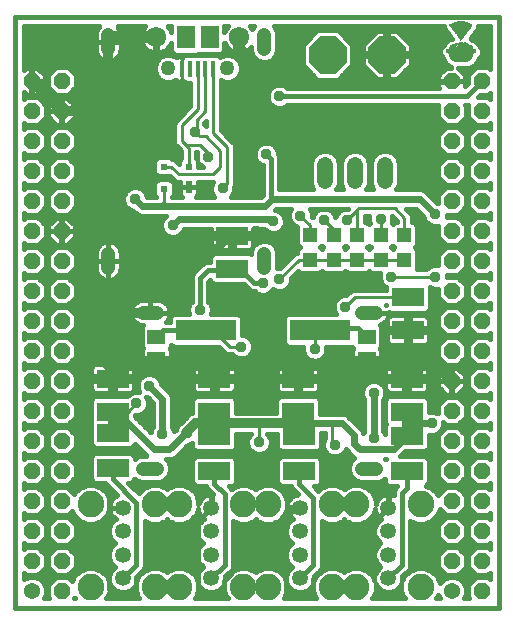
<source format=gtl>
G75*
%MOIN*%
%OFA0B0*%
%FSLAX24Y24*%
%IPPOS*%
%LPD*%
%AMOC8*
5,1,8,0,0,1.08239X$1,22.5*
%
%ADD10C,0.0160*%
%ADD11C,0.0540*%
%ADD12OC8,0.0540*%
%ADD13OC8,0.1250*%
%ADD14C,0.0472*%
%ADD15C,0.0540*%
%ADD16R,0.1063X0.0591*%
%ADD17R,0.1063X0.0630*%
%ADD18R,0.0472X0.0472*%
%ADD19R,0.0236X0.0394*%
%ADD20R,0.0236X0.0236*%
%ADD21R,0.2000X0.0700*%
%ADD22C,0.0531*%
%ADD23C,0.0886*%
%ADD24R,0.0157X0.0531*%
%ADD25R,0.0591X0.0748*%
%ADD26C,0.0679*%
%ADD27C,0.0502*%
%ADD28R,0.0421X0.0004*%
%ADD29R,0.0465X0.0004*%
%ADD30R,0.0492X0.0004*%
%ADD31R,0.0516X0.0004*%
%ADD32R,0.0531X0.0004*%
%ADD33R,0.0547X0.0004*%
%ADD34R,0.0563X0.0004*%
%ADD35R,0.0575X0.0004*%
%ADD36R,0.0587X0.0004*%
%ADD37R,0.0598X0.0004*%
%ADD38R,0.0610X0.0004*%
%ADD39R,0.0618X0.0004*%
%ADD40R,0.0626X0.0004*%
%ADD41R,0.0638X0.0004*%
%ADD42R,0.0646X0.0004*%
%ADD43R,0.0650X0.0004*%
%ADD44R,0.0657X0.0004*%
%ADD45R,0.0665X0.0004*%
%ADD46R,0.0673X0.0004*%
%ADD47R,0.0677X0.0004*%
%ADD48R,0.0685X0.0004*%
%ADD49R,0.0689X0.0004*%
%ADD50R,0.0693X0.0004*%
%ADD51R,0.0701X0.0004*%
%ADD52R,0.0705X0.0004*%
%ADD53R,0.0709X0.0004*%
%ADD54R,0.0717X0.0004*%
%ADD55R,0.0720X0.0004*%
%ADD56R,0.0724X0.0004*%
%ADD57R,0.0728X0.0004*%
%ADD58R,0.0732X0.0004*%
%ADD59R,0.0736X0.0004*%
%ADD60R,0.0740X0.0004*%
%ADD61R,0.0744X0.0004*%
%ADD62R,0.0748X0.0004*%
%ADD63R,0.0752X0.0004*%
%ADD64R,0.0756X0.0004*%
%ADD65R,0.0760X0.0004*%
%ADD66R,0.0764X0.0004*%
%ADD67R,0.0768X0.0004*%
%ADD68R,0.0772X0.0004*%
%ADD69R,0.0776X0.0004*%
%ADD70R,0.0780X0.0004*%
%ADD71R,0.0783X0.0004*%
%ADD72R,0.0787X0.0004*%
%ADD73R,0.0791X0.0004*%
%ADD74R,0.0795X0.0004*%
%ADD75R,0.0799X0.0004*%
%ADD76R,0.0803X0.0004*%
%ADD77R,0.0807X0.0004*%
%ADD78R,0.0811X0.0004*%
%ADD79R,0.0815X0.0004*%
%ADD80R,0.0819X0.0004*%
%ADD81R,0.0823X0.0004*%
%ADD82R,0.0827X0.0004*%
%ADD83R,0.0831X0.0004*%
%ADD84R,0.0835X0.0004*%
%ADD85R,0.0839X0.0004*%
%ADD86R,0.0909X0.0004*%
%ADD87R,0.0937X0.0004*%
%ADD88R,0.0953X0.0004*%
%ADD89R,0.0961X0.0004*%
%ADD90R,0.0969X0.0004*%
%ADD91R,0.0976X0.0004*%
%ADD92R,0.0980X0.0004*%
%ADD93R,0.0984X0.0004*%
%ADD94R,0.0965X0.0004*%
%ADD95R,0.0957X0.0004*%
%ADD96R,0.0945X0.0004*%
%ADD97R,0.0921X0.0004*%
%ADD98R,0.0232X0.0004*%
%ADD99R,0.0555X0.0004*%
%ADD100R,0.0224X0.0004*%
%ADD101R,0.0543X0.0004*%
%ADD102R,0.0539X0.0004*%
%ADD103R,0.0220X0.0004*%
%ADD104R,0.0535X0.0004*%
%ADD105R,0.0528X0.0004*%
%ADD106R,0.0520X0.0004*%
%ADD107R,0.0512X0.0004*%
%ADD108R,0.0500X0.0004*%
%ADD109R,0.0488X0.0004*%
%ADD110R,0.0484X0.0004*%
%ADD111R,0.0476X0.0004*%
%ADD112R,0.0449X0.0004*%
%ADD113R,0.0370X0.0004*%
%ADD114R,0.0043X0.0004*%
%ADD115R,0.0228X0.0004*%
%ADD116R,0.0358X0.0004*%
%ADD117R,0.0350X0.0004*%
%ADD118R,0.0343X0.0004*%
%ADD119R,0.0331X0.0004*%
%ADD120R,0.0319X0.0004*%
%ADD121R,0.0311X0.0004*%
%ADD122R,0.0307X0.0004*%
%ADD123R,0.0303X0.0004*%
%ADD124R,0.0063X0.0004*%
%ADD125R,0.0130X0.0004*%
%ADD126R,0.0445X0.0004*%
%ADD127R,0.0437X0.0004*%
%ADD128R,0.0433X0.0004*%
%ADD129R,0.0362X0.0004*%
%ADD130R,0.0047X0.0004*%
%ADD131R,0.0354X0.0004*%
%ADD132R,0.0031X0.0004*%
%ADD133R,0.0346X0.0004*%
%ADD134R,0.0339X0.0004*%
%ADD135R,0.0055X0.0004*%
%ADD136R,0.0177X0.0004*%
%ADD137R,0.0035X0.0004*%
%ADD138R,0.0161X0.0004*%
%ADD139R,0.0051X0.0004*%
%ADD140R,0.0142X0.0004*%
%ADD141R,0.0118X0.0004*%
%ADD142R,0.0091X0.0004*%
%ADD143R,0.0024X0.0004*%
%ADD144R,0.0020X0.0004*%
%ADD145R,0.0008X0.0004*%
%ADD146R,0.0004X0.0004*%
%ADD147R,0.0012X0.0004*%
%ADD148R,0.0028X0.0004*%
%ADD149R,0.0059X0.0004*%
%ADD150R,0.0067X0.0004*%
%ADD151R,0.0075X0.0004*%
%ADD152R,0.0083X0.0004*%
%ADD153R,0.0098X0.0004*%
%ADD154R,0.0106X0.0004*%
%ADD155R,0.0114X0.0004*%
%ADD156R,0.0122X0.0004*%
%ADD157R,0.0138X0.0004*%
%ADD158R,0.0146X0.0004*%
%ADD159R,0.0154X0.0004*%
%ADD160R,0.0165X0.0004*%
%ADD161R,0.0169X0.0004*%
%ADD162R,0.0185X0.0004*%
%ADD163R,0.0189X0.0004*%
%ADD164R,0.0193X0.0004*%
%ADD165R,0.0201X0.0004*%
%ADD166R,0.0209X0.0004*%
%ADD167R,0.0213X0.0004*%
%ADD168R,0.0217X0.0004*%
%ADD169R,0.0236X0.0004*%
%ADD170R,0.0240X0.0004*%
%ADD171R,0.0248X0.0004*%
%ADD172R,0.0256X0.0004*%
%ADD173R,0.0264X0.0004*%
%ADD174R,0.0272X0.0004*%
%ADD175R,0.0280X0.0004*%
%ADD176R,0.0287X0.0004*%
%ADD177R,0.0295X0.0004*%
%ADD178R,0.0299X0.0004*%
%ADD179R,0.0126X0.0004*%
%ADD180R,0.0157X0.0004*%
%ADD181R,0.0134X0.0004*%
%ADD182R,0.0173X0.0004*%
%ADD183R,0.0366X0.0004*%
%ADD184R,0.0374X0.0004*%
%ADD185R,0.0382X0.0004*%
%ADD186R,0.0390X0.0004*%
%ADD187R,0.0394X0.0004*%
%ADD188R,0.0398X0.0004*%
%ADD189R,0.0406X0.0004*%
%ADD190R,0.0409X0.0004*%
%ADD191R,0.0417X0.0004*%
%ADD192R,0.0429X0.0004*%
%ADD193R,0.0441X0.0004*%
%ADD194R,0.0453X0.0004*%
%ADD195R,0.0457X0.0004*%
%ADD196R,0.0469X0.0004*%
%ADD197R,0.0480X0.0004*%
%ADD198R,0.0504X0.0004*%
%ADD199R,0.0508X0.0004*%
%ADD200R,0.0551X0.0004*%
%ADD201R,0.0567X0.0004*%
%ADD202R,0.0579X0.0004*%
%ADD203R,0.0413X0.0004*%
%ADD204R,0.0425X0.0004*%
%ADD205R,0.0181X0.0004*%
%ADD206R,0.0634X0.0004*%
%ADD207R,0.0654X0.0004*%
%ADD208R,0.0661X0.0004*%
%ADD209R,0.0669X0.0004*%
%ADD210R,0.0697X0.0004*%
%ADD211R,0.0244X0.0004*%
%ADD212R,0.0252X0.0004*%
%ADD213R,0.0461X0.0004*%
%ADD214R,0.0094X0.0004*%
%ADD215R,0.0622X0.0004*%
%ADD216R,0.0102X0.0004*%
%ADD217R,0.0630X0.0004*%
%ADD218R,0.0614X0.0004*%
%ADD219R,0.0583X0.0004*%
%ADD220R,0.0327X0.0004*%
%ADD221R,0.0591X0.0512*%
%ADD222C,0.0320*%
%ADD223C,0.0376*%
%ADD224C,0.0100*%
%ADD225C,0.0240*%
%ADD226C,0.0400*%
D10*
X002254Y004003D02*
X018396Y004003D01*
X018396Y023688D01*
X002254Y023688D01*
X002254Y004003D01*
X002564Y004959D02*
X002564Y005154D01*
X002630Y005088D01*
X003019Y005088D01*
X003295Y005363D01*
X003295Y005753D01*
X003019Y006028D01*
X002630Y006028D01*
X002564Y005962D01*
X002564Y006154D01*
X002630Y006088D01*
X003019Y006088D01*
X003295Y006363D01*
X003295Y006753D01*
X003019Y007028D01*
X002630Y007028D01*
X002564Y006962D01*
X002564Y007154D01*
X002630Y007088D01*
X003019Y007088D01*
X003295Y007363D01*
X003295Y007753D01*
X003019Y008028D01*
X002630Y008028D01*
X002564Y007962D01*
X002564Y008154D01*
X002630Y008088D01*
X003019Y008088D01*
X003295Y008363D01*
X003295Y008753D01*
X003019Y009028D01*
X002630Y009028D01*
X002564Y008962D01*
X002564Y009154D01*
X002630Y009088D01*
X003019Y009088D01*
X003295Y009363D01*
X003295Y009753D01*
X003019Y010028D01*
X002630Y010028D01*
X002564Y009962D01*
X002564Y010154D01*
X002630Y010088D01*
X003019Y010088D01*
X003295Y010363D01*
X003295Y010753D01*
X003019Y011028D01*
X002630Y011028D01*
X002564Y010962D01*
X002564Y011154D01*
X002630Y011088D01*
X003019Y011088D01*
X003295Y011363D01*
X003295Y011753D01*
X003019Y012028D01*
X002630Y012028D01*
X002564Y011962D01*
X002564Y012154D01*
X002630Y012088D01*
X003019Y012088D01*
X003295Y012363D01*
X003295Y012753D01*
X003019Y013028D01*
X002630Y013028D01*
X002564Y012962D01*
X002564Y013154D01*
X002630Y013088D01*
X003019Y013088D01*
X003295Y013363D01*
X003295Y013753D01*
X003019Y014028D01*
X002630Y014028D01*
X002564Y013962D01*
X002564Y014154D01*
X002630Y014088D01*
X003019Y014088D01*
X003295Y014363D01*
X003295Y014753D01*
X003019Y015028D01*
X002630Y015028D01*
X002564Y014962D01*
X002564Y015154D01*
X002630Y015088D01*
X003019Y015088D01*
X003295Y015363D01*
X003295Y015753D01*
X003019Y016028D01*
X002630Y016028D01*
X002564Y015962D01*
X002564Y016154D01*
X002630Y016088D01*
X003019Y016088D01*
X003295Y016363D01*
X003295Y016753D01*
X003019Y017028D01*
X002630Y017028D01*
X002564Y016962D01*
X002564Y017154D01*
X002630Y017088D01*
X003019Y017088D01*
X003295Y017363D01*
X003295Y017753D01*
X003019Y018028D01*
X002630Y018028D01*
X002564Y017962D01*
X002564Y018154D01*
X002630Y018088D01*
X003019Y018088D01*
X003295Y018363D01*
X003295Y018753D01*
X003019Y019028D01*
X002630Y019028D01*
X002564Y018962D01*
X002564Y019154D01*
X002630Y019088D01*
X003019Y019088D01*
X003295Y019363D01*
X003295Y019753D01*
X003019Y020028D01*
X002630Y020028D01*
X002564Y019962D01*
X002564Y020154D01*
X002630Y020088D01*
X003019Y020088D01*
X003295Y020363D01*
X003295Y020753D01*
X003019Y021028D01*
X002630Y021028D01*
X002564Y020962D01*
X002564Y021183D01*
X002638Y021108D01*
X002815Y021108D01*
X002815Y021548D01*
X002835Y021548D01*
X002835Y021568D01*
X003275Y021568D01*
X003275Y021744D01*
X003011Y022008D01*
X002835Y022008D01*
X002835Y021568D01*
X002815Y021568D01*
X002815Y022008D01*
X002638Y022008D01*
X002564Y021934D01*
X002564Y023378D01*
X005054Y023378D01*
X005052Y023376D01*
X005014Y023323D01*
X004984Y023265D01*
X004964Y023203D01*
X004953Y023138D01*
X004953Y022869D01*
X004953Y022600D01*
X004964Y022535D01*
X004984Y022473D01*
X005014Y022415D01*
X005052Y022362D01*
X005098Y022315D01*
X005151Y022277D01*
X005210Y022247D01*
X005272Y022227D01*
X005337Y022217D01*
X005370Y022217D01*
X005402Y022217D01*
X005467Y022227D01*
X005529Y022247D01*
X005588Y022277D01*
X005641Y022315D01*
X005687Y022362D01*
X005726Y022415D01*
X005755Y022473D01*
X005776Y022535D01*
X005786Y022600D01*
X005786Y022869D01*
X005370Y022869D01*
X005370Y022869D01*
X005786Y022869D01*
X005786Y023138D01*
X005776Y023203D01*
X005755Y023265D01*
X005726Y023323D01*
X005687Y023376D01*
X005685Y023378D01*
X006603Y023378D01*
X006582Y023357D01*
X006534Y023291D01*
X006497Y023218D01*
X006471Y023140D01*
X006459Y023060D01*
X006459Y023052D01*
X006945Y023052D01*
X006945Y022986D01*
X006459Y022986D01*
X006459Y022978D01*
X006471Y022897D01*
X006497Y022819D01*
X006534Y022746D01*
X006582Y022680D01*
X006640Y022622D01*
X006706Y022574D01*
X006779Y022537D01*
X006857Y022512D01*
X006937Y022499D01*
X006945Y022499D01*
X006945Y022986D01*
X007011Y022986D01*
X007011Y022499D01*
X007019Y022499D01*
X007100Y022512D01*
X007178Y022537D01*
X007251Y022574D01*
X007317Y022622D01*
X007375Y022680D01*
X007423Y022746D01*
X007460Y022819D01*
X007467Y022842D01*
X007467Y022558D01*
X007584Y022441D01*
X008341Y022441D01*
X008358Y022458D01*
X008372Y022445D01*
X009128Y022445D01*
X009245Y022562D01*
X009245Y022842D01*
X009253Y022819D01*
X009290Y022746D01*
X009338Y022680D01*
X009396Y022622D01*
X009462Y022574D01*
X009535Y022537D01*
X009612Y022512D01*
X009693Y022499D01*
X009701Y022499D01*
X009701Y022986D01*
X009767Y022986D01*
X009767Y022499D01*
X009775Y022499D01*
X009856Y022512D01*
X009934Y022537D01*
X010006Y022574D01*
X010073Y022622D01*
X010130Y022680D01*
X010133Y022684D01*
X010133Y022546D01*
X010200Y022386D01*
X010322Y022263D01*
X010483Y022197D01*
X010656Y022197D01*
X010817Y022263D01*
X010939Y022386D01*
X011006Y022546D01*
X011006Y023192D01*
X010939Y023352D01*
X010914Y023378D01*
X016556Y023378D01*
X016556Y023320D01*
X016564Y023312D01*
X016564Y023308D01*
X016575Y023296D01*
X016575Y023292D01*
X016587Y023280D01*
X016587Y023276D01*
X016599Y023265D01*
X016599Y023261D01*
X016611Y023249D01*
X016611Y023245D01*
X016619Y023237D01*
X016619Y023233D01*
X016631Y023221D01*
X016631Y023217D01*
X016642Y023206D01*
X016642Y023202D01*
X016654Y023190D01*
X016654Y023186D01*
X016666Y023174D01*
X016666Y023170D01*
X016678Y023158D01*
X016678Y023154D01*
X016686Y023146D01*
X016686Y023143D01*
X016698Y023131D01*
X016698Y023127D01*
X016709Y023115D01*
X016709Y023111D01*
X016717Y023103D01*
X016721Y023099D01*
X016721Y023095D01*
X016733Y023083D01*
X016733Y023080D01*
X016741Y023072D01*
X016741Y023068D01*
X016753Y023056D01*
X016753Y023052D01*
X016764Y023040D01*
X016764Y023036D01*
X016776Y023024D01*
X016776Y023021D01*
X016788Y023009D01*
X016788Y023005D01*
X016792Y023001D01*
X016792Y023001D01*
X016796Y022997D01*
X016796Y022993D01*
X016808Y022981D01*
X016808Y022977D01*
X016820Y022965D01*
X016820Y022961D01*
X016760Y022961D01*
X016756Y022957D01*
X016744Y022957D01*
X016740Y022953D01*
X016732Y022953D01*
X016728Y022949D01*
X016724Y022949D01*
X016720Y022945D01*
X016716Y022945D01*
X016708Y022937D01*
X016704Y022937D01*
X016587Y022820D01*
X016583Y022816D01*
X016579Y022812D01*
X016575Y022808D01*
X016572Y022804D01*
X016568Y022800D01*
X016564Y022796D01*
X016564Y022792D01*
X016560Y022789D01*
X016556Y022785D01*
X016556Y022781D01*
X016552Y022777D01*
X016552Y022773D01*
X016548Y022769D01*
X016548Y022765D01*
X016544Y022761D01*
X016544Y022761D01*
X016457Y022674D01*
X016453Y022670D01*
X016453Y022667D01*
X016449Y022663D01*
X016449Y022659D01*
X016446Y022655D01*
X016446Y022430D01*
X016449Y022426D01*
X016449Y022422D01*
X016528Y022343D01*
X016528Y022339D01*
X016532Y022335D01*
X016532Y022324D01*
X016536Y022320D01*
X016536Y022312D01*
X016540Y022308D01*
X016540Y022300D01*
X016544Y022296D01*
X016544Y022288D01*
X016548Y022284D01*
X016548Y022276D01*
X016552Y022272D01*
X016552Y022269D01*
X016556Y022265D01*
X016556Y022257D01*
X016560Y022253D01*
X016560Y022249D01*
X016564Y022245D01*
X016564Y022241D01*
X016568Y022237D01*
X016568Y022233D01*
X016572Y022229D01*
X016572Y022225D01*
X016575Y022221D01*
X016575Y022217D01*
X016583Y022209D01*
X016583Y022206D01*
X016591Y022198D01*
X016591Y022194D01*
X016611Y022174D01*
X016611Y022170D01*
X016728Y022053D01*
X016732Y022049D01*
X016736Y022049D01*
X016740Y022045D01*
X016744Y022041D01*
X016748Y022037D01*
X016752Y022033D01*
X016756Y022033D01*
X016760Y022029D01*
X016763Y022025D01*
X016767Y022025D01*
X016771Y022021D01*
X016775Y022021D01*
X016779Y022018D01*
X016783Y022018D01*
X016787Y022014D01*
X016791Y022014D01*
X016795Y022010D01*
X016803Y022010D01*
X016804Y022008D01*
X016638Y022008D01*
X016375Y021744D01*
X016375Y021568D01*
X016815Y021568D01*
X016815Y021548D01*
X016375Y021548D01*
X016375Y021372D01*
X016416Y021330D01*
X011342Y021330D01*
X011293Y021379D01*
X011150Y021438D01*
X010996Y021438D01*
X010853Y021379D01*
X010744Y021270D01*
X010685Y021127D01*
X010685Y020973D01*
X010744Y020830D01*
X010853Y020721D01*
X010996Y020662D01*
X011150Y020662D01*
X011293Y020721D01*
X011342Y020770D01*
X016372Y020770D01*
X016355Y020753D01*
X016355Y020363D01*
X016630Y020088D01*
X017019Y020088D01*
X017295Y020363D01*
X017295Y020753D01*
X017277Y020770D01*
X017372Y020770D01*
X017355Y020753D01*
X017355Y020363D01*
X017630Y020088D01*
X018019Y020088D01*
X018086Y020154D01*
X018086Y019962D01*
X018019Y020028D01*
X017630Y020028D01*
X017355Y019753D01*
X017355Y019363D01*
X017630Y019088D01*
X018019Y019088D01*
X018086Y019154D01*
X018086Y018962D01*
X018019Y019028D01*
X017630Y019028D01*
X017355Y018753D01*
X017355Y018363D01*
X017630Y018088D01*
X018019Y018088D01*
X018086Y018154D01*
X018086Y017962D01*
X018019Y018028D01*
X017630Y018028D01*
X017355Y017753D01*
X017355Y017363D01*
X017630Y017088D01*
X018019Y017088D01*
X018086Y017154D01*
X018086Y016962D01*
X018019Y017028D01*
X017630Y017028D01*
X017355Y016753D01*
X017355Y016363D01*
X017630Y016088D01*
X018019Y016088D01*
X018086Y016154D01*
X018086Y015962D01*
X018019Y016028D01*
X017630Y016028D01*
X017355Y015753D01*
X017355Y015363D01*
X017630Y015088D01*
X018019Y015088D01*
X018086Y015154D01*
X018086Y014962D01*
X018019Y015028D01*
X017630Y015028D01*
X017355Y014753D01*
X017355Y014363D01*
X017630Y014088D01*
X018019Y014088D01*
X018086Y014154D01*
X018086Y013962D01*
X018019Y014028D01*
X017630Y014028D01*
X017355Y013753D01*
X017355Y013363D01*
X017630Y013088D01*
X018019Y013088D01*
X018086Y013154D01*
X018086Y012962D01*
X018019Y013028D01*
X017630Y013028D01*
X017355Y012753D01*
X017355Y012363D01*
X017630Y012088D01*
X018019Y012088D01*
X018086Y012154D01*
X018086Y011962D01*
X018019Y012028D01*
X017630Y012028D01*
X017355Y011753D01*
X017355Y011363D01*
X017630Y011088D01*
X018019Y011088D01*
X018086Y011154D01*
X018086Y010962D01*
X018019Y011028D01*
X017630Y011028D01*
X017355Y010753D01*
X017355Y010363D01*
X017630Y010088D01*
X018019Y010088D01*
X018086Y010154D01*
X018086Y009962D01*
X018019Y010028D01*
X017630Y010028D01*
X017355Y009753D01*
X017355Y009363D01*
X017630Y009088D01*
X018019Y009088D01*
X018086Y009154D01*
X018086Y008962D01*
X018019Y009028D01*
X017630Y009028D01*
X017355Y008753D01*
X017355Y008363D01*
X017630Y008088D01*
X018019Y008088D01*
X018086Y008154D01*
X018086Y007962D01*
X018019Y008028D01*
X017630Y008028D01*
X017355Y007753D01*
X017355Y007363D01*
X017630Y007088D01*
X018019Y007088D01*
X018086Y007154D01*
X018086Y006962D01*
X018019Y007028D01*
X017630Y007028D01*
X017355Y006753D01*
X017355Y006363D01*
X017630Y006088D01*
X018019Y006088D01*
X018086Y006154D01*
X018086Y005962D01*
X018019Y006028D01*
X017630Y006028D01*
X017355Y005753D01*
X017355Y005363D01*
X017630Y005088D01*
X018019Y005088D01*
X018086Y005154D01*
X018086Y004962D01*
X018019Y005028D01*
X017630Y005028D01*
X017355Y004753D01*
X017355Y004363D01*
X017405Y004313D01*
X017232Y004313D01*
X017295Y004465D01*
X017295Y004652D01*
X017223Y004824D01*
X017091Y004957D01*
X016918Y005028D01*
X016731Y005028D01*
X016558Y004957D01*
X016426Y004824D01*
X016330Y005056D01*
X016149Y005237D01*
X015913Y005335D01*
X015657Y005335D01*
X015421Y005237D01*
X015240Y005056D01*
X015180Y004911D01*
X015180Y005049D01*
X015405Y005273D01*
X015447Y005376D01*
X015447Y006892D01*
X015657Y006805D01*
X015913Y006805D01*
X016149Y006903D01*
X016330Y007084D01*
X016419Y007299D01*
X016630Y007088D01*
X017019Y007088D01*
X017295Y007363D01*
X017295Y007753D01*
X017019Y008028D01*
X016630Y008028D01*
X016355Y007753D01*
X016330Y007812D01*
X016149Y007993D01*
X015957Y008073D01*
X016056Y008172D01*
X016056Y008928D01*
X015939Y009045D01*
X015111Y009045D01*
X015282Y009216D01*
X015939Y009216D01*
X016056Y009333D01*
X016056Y009764D01*
X016074Y009757D01*
X016229Y009757D01*
X016371Y009816D01*
X016480Y009925D01*
X016540Y010067D01*
X016540Y010179D01*
X016630Y010088D01*
X017019Y010088D01*
X017295Y010363D01*
X017295Y010753D01*
X017019Y011028D01*
X016630Y011028D01*
X016355Y010753D01*
X016355Y010481D01*
X016229Y010533D01*
X016074Y010533D01*
X016056Y010525D01*
X016056Y010936D01*
X015939Y011053D01*
X014710Y011053D01*
X014593Y010936D01*
X014593Y010141D01*
X014619Y010115D01*
X014593Y010090D01*
X014593Y009791D01*
X014551Y009892D01*
X014542Y009901D01*
X014542Y010939D01*
X014551Y010948D01*
X014610Y011091D01*
X014610Y011246D01*
X014551Y011388D01*
X014442Y011497D01*
X014300Y011556D01*
X014145Y011556D01*
X014002Y011497D01*
X013893Y011388D01*
X013834Y011246D01*
X013834Y011091D01*
X013893Y010948D01*
X013902Y010939D01*
X013902Y009901D01*
X013893Y009892D01*
X013867Y009829D01*
X013824Y009932D01*
X013734Y010022D01*
X013341Y010416D01*
X013223Y010465D01*
X012434Y010465D01*
X012434Y010936D01*
X012317Y011053D01*
X011088Y011053D01*
X010971Y010936D01*
X010971Y010505D01*
X009639Y010505D01*
X009639Y010936D01*
X009522Y011053D01*
X008293Y011053D01*
X008176Y010936D01*
X008176Y010492D01*
X008074Y010450D01*
X007972Y010349D01*
X007783Y010159D01*
X007782Y010159D01*
X007673Y010050D01*
X007673Y010049D01*
X007657Y010034D01*
X007617Y009937D01*
X007559Y009878D01*
X007504Y010010D01*
X007495Y010019D01*
X007495Y011035D01*
X007446Y011153D01*
X007130Y011469D01*
X007130Y011482D01*
X007071Y011624D01*
X006962Y011734D01*
X006819Y011793D01*
X006665Y011793D01*
X006522Y011734D01*
X006413Y011624D01*
X006354Y011482D01*
X006354Y011327D01*
X006410Y011192D01*
X006386Y011202D01*
X006232Y011202D01*
X006089Y011143D01*
X005999Y011053D01*
X004907Y011053D01*
X004790Y010936D01*
X004790Y009452D01*
X004907Y009334D01*
X006136Y009334D01*
X006253Y009452D01*
X006253Y009472D01*
X006628Y009097D01*
X006649Y009076D01*
X006450Y009076D01*
X006289Y009010D01*
X006253Y008973D01*
X006253Y009046D01*
X006136Y009164D01*
X004907Y009164D01*
X004790Y009046D01*
X004790Y008290D01*
X004907Y008173D01*
X005269Y008173D01*
X005284Y008136D01*
X005672Y007748D01*
X005623Y007723D01*
X005566Y007682D01*
X005516Y007632D01*
X005475Y007575D01*
X005443Y007513D01*
X005428Y007467D01*
X005428Y007576D01*
X005330Y007812D01*
X005149Y007993D01*
X004913Y008091D01*
X004657Y008091D01*
X004421Y007993D01*
X004240Y007812D01*
X004239Y007809D01*
X004019Y008028D01*
X003630Y008028D01*
X003355Y007753D01*
X003355Y007363D01*
X003630Y007088D01*
X004019Y007088D01*
X004174Y007243D01*
X004240Y007084D01*
X004421Y006903D01*
X004657Y006805D01*
X004913Y006805D01*
X005149Y006903D01*
X005330Y007084D01*
X005414Y007285D01*
X005421Y007237D01*
X005443Y007170D01*
X005475Y007108D01*
X005516Y007051D01*
X005566Y007002D01*
X005622Y006961D01*
X005592Y006949D01*
X005461Y006818D01*
X005390Y006647D01*
X005390Y006461D01*
X005461Y006290D01*
X005591Y006160D01*
X005461Y006031D01*
X005390Y005859D01*
X005390Y005674D01*
X005461Y005503D01*
X005591Y005373D01*
X005461Y005243D01*
X005390Y005072D01*
X005390Y004911D01*
X005330Y005056D01*
X005149Y005237D01*
X004913Y005335D01*
X004657Y005335D01*
X004421Y005237D01*
X004240Y005056D01*
X004167Y004880D01*
X004019Y005028D01*
X003630Y005028D01*
X003355Y004753D01*
X003355Y004363D01*
X003405Y004313D01*
X003232Y004313D01*
X003295Y004465D01*
X003295Y004652D01*
X003223Y004824D01*
X003091Y004957D01*
X002918Y005028D01*
X002731Y005028D01*
X002564Y004959D01*
X002564Y005112D02*
X002606Y005112D01*
X003044Y005112D02*
X003606Y005112D01*
X003630Y005088D02*
X004019Y005088D01*
X004295Y005363D01*
X004295Y005753D01*
X004019Y006028D01*
X003630Y006028D01*
X003355Y005753D01*
X003355Y005363D01*
X003630Y005088D01*
X003556Y004954D02*
X003093Y004954D01*
X003235Y004795D02*
X003397Y004795D01*
X003355Y004637D02*
X003295Y004637D01*
X003295Y004478D02*
X003355Y004478D01*
X003398Y004320D02*
X003235Y004320D01*
X003202Y005271D02*
X003447Y005271D01*
X003355Y005429D02*
X003295Y005429D01*
X003295Y005588D02*
X003355Y005588D01*
X003355Y005746D02*
X003295Y005746D01*
X003142Y005905D02*
X003507Y005905D01*
X003630Y006088D02*
X004019Y006088D01*
X004295Y006363D01*
X004295Y006753D01*
X004019Y007028D01*
X003630Y007028D01*
X003355Y006753D01*
X003355Y006363D01*
X003630Y006088D01*
X003496Y006222D02*
X003153Y006222D01*
X003295Y006380D02*
X003355Y006380D01*
X003355Y006539D02*
X003295Y006539D01*
X003295Y006697D02*
X003355Y006697D01*
X003458Y006856D02*
X003191Y006856D01*
X003033Y007014D02*
X003616Y007014D01*
X003545Y007173D02*
X003104Y007173D01*
X003263Y007331D02*
X003387Y007331D01*
X003355Y007490D02*
X003295Y007490D01*
X003295Y007648D02*
X003355Y007648D01*
X003409Y007807D02*
X003240Y007807D01*
X003082Y007965D02*
X003567Y007965D01*
X003630Y008088D02*
X004019Y008088D01*
X004295Y008363D01*
X004295Y008753D01*
X004019Y009028D01*
X003630Y009028D01*
X003355Y008753D01*
X003355Y008363D01*
X003630Y008088D01*
X003594Y008124D02*
X003055Y008124D01*
X003214Y008282D02*
X003436Y008282D01*
X003355Y008441D02*
X003295Y008441D01*
X003295Y008599D02*
X003355Y008599D01*
X003360Y008758D02*
X003289Y008758D01*
X003131Y008916D02*
X003518Y008916D01*
X003630Y009088D02*
X004019Y009088D01*
X004295Y009363D01*
X004295Y009753D01*
X004019Y010028D01*
X003630Y010028D01*
X003355Y009753D01*
X003355Y009363D01*
X003630Y009088D01*
X003485Y009233D02*
X003165Y009233D01*
X003295Y009392D02*
X003355Y009392D01*
X003355Y009550D02*
X003295Y009550D01*
X003295Y009709D02*
X003355Y009709D01*
X003469Y009867D02*
X003180Y009867D01*
X003021Y010026D02*
X003628Y010026D01*
X003630Y010088D02*
X004019Y010088D01*
X004295Y010363D01*
X004295Y010753D01*
X004019Y011028D01*
X003630Y011028D01*
X003355Y010753D01*
X003355Y010363D01*
X003630Y010088D01*
X003534Y010184D02*
X003116Y010184D01*
X003274Y010343D02*
X003375Y010343D01*
X003355Y010501D02*
X003295Y010501D01*
X003295Y010660D02*
X003355Y010660D01*
X003420Y010818D02*
X003229Y010818D01*
X003070Y010977D02*
X003579Y010977D01*
X003630Y011088D02*
X004019Y011088D01*
X004295Y011363D01*
X004295Y011753D01*
X004019Y012028D01*
X003630Y012028D01*
X003355Y011753D01*
X003355Y011363D01*
X003630Y011088D01*
X003583Y011135D02*
X003067Y011135D01*
X003225Y011294D02*
X003424Y011294D01*
X003355Y011452D02*
X003295Y011452D01*
X003295Y011611D02*
X003355Y011611D01*
X003371Y011769D02*
X003278Y011769D01*
X003119Y011928D02*
X003530Y011928D01*
X003630Y012088D02*
X004019Y012088D01*
X004295Y012363D01*
X004295Y012753D01*
X004019Y013028D01*
X003630Y013028D01*
X003355Y012753D01*
X003355Y012363D01*
X003630Y012088D01*
X003473Y012245D02*
X003176Y012245D01*
X003295Y012403D02*
X003355Y012403D01*
X003355Y012562D02*
X003295Y012562D01*
X003295Y012720D02*
X003355Y012720D01*
X003481Y012879D02*
X003168Y012879D01*
X003127Y013196D02*
X003522Y013196D01*
X003630Y013088D02*
X003355Y013363D01*
X003355Y013753D01*
X003630Y014028D01*
X004019Y014028D01*
X004295Y013753D01*
X004295Y013363D01*
X004019Y013088D01*
X003630Y013088D01*
X003364Y013354D02*
X003286Y013354D01*
X003295Y013513D02*
X003355Y013513D01*
X003355Y013671D02*
X003295Y013671D01*
X003217Y013830D02*
X003432Y013830D01*
X003590Y013988D02*
X003059Y013988D01*
X003078Y014147D02*
X003571Y014147D01*
X003630Y014088D02*
X004019Y014088D01*
X004295Y014363D01*
X004295Y014753D01*
X004019Y015028D01*
X003630Y015028D01*
X003355Y014753D01*
X003355Y014363D01*
X003630Y014088D01*
X003413Y014305D02*
X003237Y014305D01*
X003295Y014464D02*
X003355Y014464D01*
X003355Y014622D02*
X003295Y014622D01*
X003266Y014781D02*
X003383Y014781D01*
X003541Y014939D02*
X003108Y014939D01*
X003029Y015098D02*
X003620Y015098D01*
X003630Y015088D02*
X004019Y015088D01*
X004295Y015363D01*
X004295Y015753D01*
X004019Y016028D01*
X003630Y016028D01*
X003355Y015753D01*
X003355Y015363D01*
X003630Y015088D01*
X003462Y015256D02*
X003188Y015256D01*
X003295Y015415D02*
X003355Y015415D01*
X003355Y015573D02*
X003295Y015573D01*
X003295Y015732D02*
X003355Y015732D01*
X003492Y015890D02*
X003157Y015890D01*
X003139Y016207D02*
X003539Y016207D01*
X003638Y016108D02*
X003375Y016372D01*
X003375Y016548D01*
X003815Y016548D01*
X003835Y016548D01*
X003835Y016568D01*
X004275Y016568D01*
X004275Y016744D01*
X004011Y017008D01*
X003835Y017008D01*
X003835Y016568D01*
X003815Y016568D01*
X003815Y017008D01*
X003638Y017008D01*
X003375Y016744D01*
X003375Y016568D01*
X003815Y016568D01*
X003815Y016548D01*
X003815Y016108D01*
X003638Y016108D01*
X003835Y016108D02*
X004011Y016108D01*
X004275Y016372D01*
X004275Y016548D01*
X003835Y016548D01*
X003835Y016108D01*
X003835Y016207D02*
X003815Y016207D01*
X003815Y016366D02*
X003835Y016366D01*
X003835Y016524D02*
X003815Y016524D01*
X003815Y016683D02*
X003835Y016683D01*
X003835Y016841D02*
X003815Y016841D01*
X003815Y017000D02*
X003835Y017000D01*
X004019Y017000D02*
X007222Y017000D01*
X007200Y016979D02*
X007141Y016836D01*
X007141Y016682D01*
X007200Y016539D01*
X007310Y016430D01*
X007452Y016371D01*
X007607Y016371D01*
X007749Y016430D01*
X007858Y016539D01*
X007898Y016636D01*
X008786Y016636D01*
X008786Y016482D01*
X009420Y016482D01*
X009420Y016327D01*
X008786Y016327D01*
X008786Y016066D01*
X008799Y016020D01*
X008822Y015979D01*
X008856Y015946D01*
X008897Y015922D01*
X008943Y015910D01*
X009420Y015910D01*
X009420Y016327D01*
X009575Y016327D01*
X009575Y015910D01*
X010053Y015910D01*
X010099Y015922D01*
X010140Y015946D01*
X010166Y015972D01*
X010133Y015892D01*
X010133Y015796D01*
X010112Y015817D01*
X008884Y015817D01*
X008766Y015700D01*
X008766Y015543D01*
X008655Y015543D01*
X008552Y015500D01*
X008473Y015421D01*
X008198Y015146D01*
X008155Y015043D01*
X008155Y014193D01*
X008106Y014144D01*
X008047Y014001D01*
X008047Y013847D01*
X008064Y013805D01*
X007539Y013805D01*
X007422Y013688D01*
X007422Y013535D01*
X007293Y013535D01*
X007326Y013569D01*
X007365Y013622D01*
X007395Y013680D01*
X007415Y013742D01*
X007425Y013807D01*
X007425Y013840D01*
X007425Y013873D01*
X007415Y013937D01*
X007395Y014000D01*
X007365Y014058D01*
X007326Y014111D01*
X007280Y014157D01*
X007227Y014196D01*
X007169Y014226D01*
X007106Y014246D01*
X007042Y014256D01*
X006773Y014256D01*
X006773Y013840D01*
X007425Y013840D01*
X006773Y013840D01*
X006773Y013840D01*
X006773Y013840D01*
X006773Y014256D01*
X006504Y014256D01*
X006439Y014246D01*
X006377Y014226D01*
X006318Y014196D01*
X006265Y014157D01*
X006219Y014111D01*
X006180Y014058D01*
X006151Y014000D01*
X006131Y013937D01*
X006120Y013873D01*
X006120Y013840D01*
X006773Y013840D01*
X006773Y013840D01*
X006120Y013840D01*
X006120Y013807D01*
X006131Y013742D01*
X006151Y013680D01*
X006180Y013622D01*
X006219Y013569D01*
X006265Y013522D01*
X006318Y013484D01*
X006377Y013454D01*
X006439Y013434D01*
X006504Y013424D01*
X006530Y013424D01*
X006483Y013377D01*
X006483Y012700D01*
X006534Y012648D01*
X006515Y012616D01*
X006503Y012570D01*
X006503Y012338D01*
X006930Y012338D01*
X006930Y012242D01*
X007026Y012242D01*
X007026Y011854D01*
X007297Y011854D01*
X007343Y011867D01*
X007384Y011890D01*
X007418Y011924D01*
X007441Y011965D01*
X007453Y012011D01*
X007453Y012242D01*
X007026Y012242D01*
X007026Y012338D01*
X007453Y012338D01*
X007453Y012570D01*
X007441Y012616D01*
X007422Y012648D01*
X007473Y012700D01*
X007473Y012770D01*
X007539Y012705D01*
X009064Y012705D01*
X009207Y012562D01*
X009278Y012492D01*
X009369Y012454D01*
X009514Y012454D01*
X009593Y012375D01*
X009736Y012316D01*
X009890Y012316D01*
X010033Y012375D01*
X010142Y012484D01*
X010201Y012627D01*
X010201Y012781D01*
X010142Y012924D01*
X010033Y013033D01*
X009890Y013092D01*
X009822Y013092D01*
X009822Y013688D01*
X009704Y013805D01*
X008806Y013805D01*
X008823Y013847D01*
X008823Y014001D01*
X008764Y014144D01*
X008715Y014193D01*
X008715Y014871D01*
X008766Y014923D01*
X008766Y014904D01*
X008884Y014787D01*
X009892Y014787D01*
X010087Y014592D01*
X010190Y014550D01*
X010253Y014550D01*
X010302Y014501D01*
X010444Y014442D01*
X010599Y014442D01*
X010741Y014501D01*
X010851Y014610D01*
X010854Y014618D01*
X010996Y014560D01*
X011150Y014560D01*
X011293Y014619D01*
X011402Y014728D01*
X011461Y014871D01*
X011461Y014982D01*
X011708Y015230D01*
X011777Y015161D01*
X012415Y015161D01*
X012490Y015236D01*
X012565Y015161D01*
X013203Y015161D01*
X013277Y015236D01*
X013352Y015161D01*
X013990Y015161D01*
X014065Y015236D01*
X014139Y015161D01*
X014449Y015161D01*
X014425Y015104D01*
X014425Y014949D01*
X014484Y014807D01*
X014593Y014698D01*
X014633Y014681D01*
X014633Y014607D01*
X013543Y014607D01*
X013451Y014569D01*
X013380Y014499D01*
X013312Y014430D01*
X013200Y014430D01*
X013058Y014371D01*
X012948Y014262D01*
X012889Y014120D01*
X012889Y013965D01*
X012948Y013822D01*
X012966Y013805D01*
X011339Y013805D01*
X011222Y013688D01*
X011222Y012822D01*
X011339Y012705D01*
X011867Y012705D01*
X011866Y012702D01*
X011866Y012548D01*
X011925Y012405D01*
X012034Y012296D01*
X012177Y012237D01*
X012331Y012237D01*
X012474Y012296D01*
X012583Y012405D01*
X012642Y012548D01*
X012642Y012702D01*
X012641Y012705D01*
X013491Y012705D01*
X013491Y012700D01*
X013542Y012648D01*
X013523Y012616D01*
X013511Y012570D01*
X013511Y012338D01*
X013938Y012338D01*
X013938Y012242D01*
X014034Y012242D01*
X014034Y011854D01*
X014305Y011854D01*
X014351Y011867D01*
X014392Y011890D01*
X014425Y011924D01*
X014449Y011965D01*
X014461Y012011D01*
X014461Y012242D01*
X014034Y012242D01*
X014034Y012338D01*
X014461Y012338D01*
X014461Y012570D01*
X014449Y012616D01*
X014430Y012648D01*
X014481Y012700D01*
X014481Y013377D01*
X014420Y013438D01*
X014469Y013454D01*
X014527Y013484D01*
X014580Y013522D01*
X014626Y013569D01*
X014657Y013611D01*
X014653Y013594D01*
X014653Y013332D01*
X015287Y013332D01*
X015287Y013750D01*
X014809Y013750D01*
X014763Y013738D01*
X014722Y013714D01*
X014698Y013690D01*
X014715Y013742D01*
X014725Y013807D01*
X014725Y013840D01*
X014725Y013867D01*
X014750Y013842D01*
X015978Y013842D01*
X016096Y013959D01*
X016096Y014679D01*
X016192Y014638D01*
X016347Y014638D01*
X016355Y014642D01*
X016355Y014363D01*
X016630Y014088D01*
X017019Y014088D01*
X017295Y014363D01*
X017295Y014753D01*
X017019Y015028D01*
X016658Y015028D01*
X016658Y015088D01*
X017019Y015088D01*
X017295Y015363D01*
X017295Y015753D01*
X017019Y016028D01*
X016630Y016028D01*
X016355Y015753D01*
X016355Y015411D01*
X016347Y015415D01*
X016192Y015415D01*
X016050Y015356D01*
X015971Y015277D01*
X015680Y015277D01*
X015682Y015278D01*
X015682Y015917D01*
X015588Y016011D01*
X015682Y016105D01*
X015682Y016743D01*
X015565Y016860D01*
X015496Y016860D01*
X015496Y017045D01*
X015458Y017137D01*
X015290Y017305D01*
X015625Y017305D01*
X015881Y017049D01*
X015881Y017036D01*
X015941Y016893D01*
X016050Y016784D01*
X016192Y016725D01*
X016347Y016725D01*
X016355Y016728D01*
X016355Y016363D01*
X016630Y016088D01*
X017019Y016088D01*
X017295Y016363D01*
X017295Y016753D01*
X017019Y017028D01*
X016654Y017028D01*
X016658Y017036D01*
X016658Y017088D01*
X017019Y017088D01*
X017295Y017363D01*
X017295Y017753D01*
X017019Y018028D01*
X016630Y018028D01*
X016355Y017753D01*
X016355Y017498D01*
X016347Y017501D01*
X016334Y017501D01*
X016029Y017806D01*
X016029Y017806D01*
X015939Y017896D01*
X015821Y017945D01*
X014981Y017945D01*
X014991Y017955D01*
X015062Y018128D01*
X015062Y018855D01*
X014991Y019027D01*
X014859Y019160D01*
X014686Y019231D01*
X014499Y019231D01*
X014326Y019160D01*
X014194Y019027D01*
X014122Y018855D01*
X014122Y018128D01*
X014194Y017955D01*
X014204Y017945D01*
X013981Y017945D01*
X013991Y017955D01*
X014062Y018128D01*
X014062Y018855D01*
X013991Y019027D01*
X013859Y019160D01*
X013686Y019231D01*
X013499Y019231D01*
X013326Y019160D01*
X013194Y019027D01*
X013122Y018855D01*
X013122Y018128D01*
X013194Y017955D01*
X013204Y017945D01*
X012981Y017945D01*
X012991Y017955D01*
X013062Y018128D01*
X013062Y018855D01*
X012991Y019027D01*
X012859Y019160D01*
X012686Y019231D01*
X012499Y019231D01*
X012326Y019160D01*
X012194Y019027D01*
X012122Y018855D01*
X012122Y018128D01*
X012194Y017955D01*
X012204Y017945D01*
X011077Y017945D01*
X011077Y019019D01*
X011034Y019122D01*
X011028Y019129D01*
X011028Y019198D01*
X010969Y019341D01*
X010859Y019450D01*
X010717Y019509D01*
X010562Y019509D01*
X010420Y019450D01*
X010311Y019341D01*
X010252Y019198D01*
X010252Y019044D01*
X010311Y018901D01*
X010420Y018792D01*
X010517Y018752D01*
X010517Y017758D01*
X010468Y017709D01*
X009461Y017709D01*
X009512Y017759D01*
X009571Y017902D01*
X009571Y018040D01*
X009590Y018087D01*
X009590Y019407D01*
X009552Y019499D01*
X009482Y019569D01*
X009118Y019933D01*
X009118Y021588D01*
X009119Y021589D01*
X009251Y021534D01*
X009430Y021534D01*
X009596Y021603D01*
X009723Y021730D01*
X009791Y021896D01*
X009791Y022075D01*
X009723Y022241D01*
X009596Y022368D01*
X009430Y022436D01*
X009251Y022436D01*
X009091Y022370D01*
X009030Y022431D01*
X007939Y022431D01*
X007919Y022411D01*
X007844Y022411D01*
X007742Y022411D01*
X007696Y022399D01*
X007655Y022375D01*
X007637Y022358D01*
X007627Y022368D01*
X007462Y022436D01*
X007282Y022436D01*
X007116Y022368D01*
X006990Y022241D01*
X006921Y022075D01*
X006921Y021896D01*
X006990Y021730D01*
X007116Y021603D01*
X007282Y021534D01*
X007462Y021534D01*
X007616Y021598D01*
X007622Y021589D01*
X007655Y021556D01*
X007696Y021532D01*
X007742Y021520D01*
X007844Y021520D01*
X007844Y021594D01*
X007844Y021594D01*
X007844Y021520D01*
X007919Y021520D01*
X007939Y021500D01*
X008106Y021500D01*
X008106Y020721D01*
X007683Y020298D01*
X007613Y020227D01*
X007575Y020135D01*
X007575Y019524D01*
X007613Y019432D01*
X007751Y019294D01*
X007811Y019234D01*
X007811Y018977D01*
X007743Y018909D01*
X007743Y018789D01*
X007612Y018920D01*
X007520Y018958D01*
X007503Y018958D01*
X007435Y019026D01*
X007033Y019026D01*
X006916Y018909D01*
X006916Y018507D01*
X007033Y018390D01*
X007435Y018390D01*
X007514Y018310D01*
X007585Y018240D01*
X007677Y018202D01*
X007763Y018202D01*
X007763Y018038D01*
X007763Y017818D01*
X007775Y017772D01*
X007799Y017731D01*
X007821Y017709D01*
X007502Y017709D01*
X007552Y017759D01*
X007552Y018161D01*
X007435Y018278D01*
X007033Y018278D01*
X006916Y018161D01*
X006916Y017759D01*
X006966Y017709D01*
X006655Y017709D01*
X006599Y017845D01*
X006489Y017954D01*
X006347Y018013D01*
X006192Y018013D01*
X006050Y017954D01*
X005941Y017845D01*
X005881Y017702D01*
X005881Y017548D01*
X005941Y017405D01*
X006050Y017296D01*
X006192Y017237D01*
X006205Y017237D01*
X006234Y017208D01*
X006325Y017117D01*
X006442Y017069D01*
X007290Y017069D01*
X007200Y016979D01*
X007144Y016841D02*
X004178Y016841D01*
X004275Y016683D02*
X007141Y016683D01*
X007215Y016524D02*
X004275Y016524D01*
X004269Y016366D02*
X009420Y016366D01*
X009498Y016405D02*
X009144Y016050D01*
X006033Y016050D01*
X005600Y016483D01*
X005128Y016483D01*
X005210Y016191D02*
X005151Y016161D01*
X005098Y016123D01*
X005052Y016076D01*
X005014Y016023D01*
X004984Y015965D01*
X004964Y015903D01*
X004953Y015838D01*
X004953Y015569D01*
X004953Y015300D01*
X004964Y015235D01*
X004984Y015173D01*
X005014Y015115D01*
X005052Y015062D01*
X005098Y015015D01*
X005151Y014977D01*
X005210Y014947D01*
X005272Y014927D01*
X005337Y014917D01*
X005370Y014917D01*
X005402Y014917D01*
X005467Y014927D01*
X005529Y014947D01*
X005588Y014977D01*
X005641Y015015D01*
X005687Y015062D01*
X005726Y015115D01*
X005755Y015173D01*
X005776Y015235D01*
X005786Y015300D01*
X005786Y015569D01*
X005370Y015569D01*
X005370Y015569D01*
X005786Y015569D01*
X005786Y015838D01*
X005776Y015903D01*
X005755Y015965D01*
X005726Y016023D01*
X005687Y016076D01*
X005641Y016123D01*
X005588Y016161D01*
X005529Y016191D01*
X005467Y016211D01*
X005402Y016222D01*
X005370Y016222D01*
X005370Y015569D01*
X005370Y014917D01*
X005370Y015569D01*
X005370Y015569D01*
X005370Y015569D01*
X005370Y016222D01*
X005337Y016222D01*
X005272Y016211D01*
X005210Y016191D01*
X005260Y016207D02*
X004110Y016207D01*
X004157Y015890D02*
X004962Y015890D01*
X004953Y015732D02*
X004295Y015732D01*
X004295Y015573D02*
X004953Y015573D01*
X004953Y015569D02*
X005370Y015569D01*
X004953Y015569D01*
X004953Y015415D02*
X004295Y015415D01*
X004188Y015256D02*
X004960Y015256D01*
X005026Y015098D02*
X004029Y015098D01*
X004108Y014939D02*
X005233Y014939D01*
X005370Y014939D02*
X005370Y014939D01*
X005506Y014939D02*
X008155Y014939D01*
X008155Y014781D02*
X004266Y014781D01*
X004295Y014622D02*
X008155Y014622D01*
X008155Y014464D02*
X004295Y014464D01*
X004237Y014305D02*
X008155Y014305D01*
X008109Y014147D02*
X007291Y014147D01*
X007398Y013988D02*
X008047Y013988D01*
X008054Y013830D02*
X007425Y013830D01*
X007422Y013671D02*
X007390Y013671D01*
X007195Y013255D02*
X008622Y013255D01*
X008816Y013830D02*
X012945Y013830D01*
X012889Y013988D02*
X008823Y013988D01*
X008761Y014147D02*
X012901Y014147D01*
X012992Y014305D02*
X008715Y014305D01*
X008715Y014464D02*
X010390Y014464D01*
X010653Y014464D02*
X013346Y014464D01*
X014073Y013840D02*
X014725Y013840D01*
X014073Y013840D01*
X014073Y013840D01*
X013691Y013334D02*
X012136Y013334D01*
X011866Y012562D02*
X010174Y012562D01*
X010201Y012720D02*
X011323Y012720D01*
X011222Y012879D02*
X010160Y012879D01*
X010021Y013037D02*
X011222Y013037D01*
X011222Y013196D02*
X009822Y013196D01*
X009822Y013354D02*
X011222Y013354D01*
X011222Y013513D02*
X009822Y013513D01*
X009822Y013671D02*
X011222Y013671D01*
X011296Y014622D02*
X014633Y014622D01*
X014510Y014781D02*
X011424Y014781D01*
X011461Y014939D02*
X014429Y014939D01*
X014425Y015098D02*
X011576Y015098D01*
X011107Y015336D02*
X011510Y015739D01*
X011581Y015809D01*
X011660Y015842D01*
X011660Y015917D01*
X011754Y016011D01*
X011660Y016105D01*
X011660Y016704D01*
X011562Y016745D01*
X011452Y016854D01*
X011393Y016997D01*
X011393Y017151D01*
X011452Y017294D01*
X011464Y017305D01*
X010969Y017305D01*
X010929Y017265D01*
X010953Y017265D01*
X011096Y017206D01*
X011205Y017097D01*
X011264Y016954D01*
X011264Y016800D01*
X011205Y016657D01*
X011096Y016548D01*
X010953Y016489D01*
X010799Y016489D01*
X010656Y016548D01*
X010568Y016636D01*
X010209Y016636D01*
X010209Y016482D01*
X009575Y016482D01*
X009575Y016327D01*
X010209Y016327D01*
X010209Y016066D01*
X010208Y016061D01*
X010322Y016175D01*
X010483Y016242D01*
X010656Y016242D01*
X010817Y016175D01*
X010939Y016052D01*
X011006Y015892D01*
X011006Y015336D01*
X011107Y015336D01*
X011186Y015415D02*
X011006Y015415D01*
X011006Y015573D02*
X011345Y015573D01*
X011503Y015732D02*
X011006Y015732D01*
X011006Y015890D02*
X011660Y015890D01*
X011716Y016049D02*
X010941Y016049D01*
X010739Y016207D02*
X011660Y016207D01*
X011660Y016366D02*
X009575Y016366D01*
X009575Y016207D02*
X009420Y016207D01*
X009420Y016049D02*
X009575Y016049D01*
X010133Y015890D02*
X005777Y015890D01*
X005786Y015732D02*
X008798Y015732D01*
X008766Y015573D02*
X005786Y015573D01*
X005786Y015415D02*
X008467Y015415D01*
X008308Y015256D02*
X005779Y015256D01*
X005713Y015098D02*
X008178Y015098D01*
X008435Y014987D02*
X008710Y015263D01*
X009459Y015263D01*
X009498Y015302D01*
X009773Y015302D01*
X010246Y014830D01*
X010522Y014830D01*
X010057Y014622D02*
X008715Y014622D01*
X008715Y014781D02*
X009899Y014781D01*
X010209Y016207D02*
X010401Y016207D01*
X010209Y016524D02*
X010713Y016524D01*
X011039Y016524D02*
X011660Y016524D01*
X011660Y016683D02*
X011216Y016683D01*
X011264Y016841D02*
X011465Y016841D01*
X011393Y017000D02*
X011245Y017000D01*
X011143Y017158D02*
X011396Y017158D01*
X012099Y017305D02*
X013352Y017305D01*
X013351Y017304D01*
X013240Y017304D01*
X013097Y017245D01*
X012988Y017136D01*
X012943Y017028D01*
X012898Y017136D01*
X012789Y017245D01*
X012646Y017304D01*
X012492Y017304D01*
X012349Y017245D01*
X012240Y017136D01*
X012191Y017018D01*
X012169Y017039D01*
X012169Y017151D01*
X012110Y017294D01*
X012099Y017305D01*
X012166Y017158D02*
X012262Y017158D01*
X012198Y017951D02*
X011077Y017951D01*
X011077Y018109D02*
X012130Y018109D01*
X012122Y018268D02*
X011077Y018268D01*
X011077Y018426D02*
X012122Y018426D01*
X012122Y018585D02*
X011077Y018585D01*
X011077Y018743D02*
X012122Y018743D01*
X012142Y018902D02*
X011077Y018902D01*
X011060Y019060D02*
X012227Y019060D01*
X012470Y019219D02*
X011019Y019219D01*
X010932Y019377D02*
X016355Y019377D01*
X016355Y019363D02*
X016630Y019088D01*
X017019Y019088D01*
X017295Y019363D01*
X017295Y019753D01*
X017019Y020028D01*
X016630Y020028D01*
X016355Y019753D01*
X016355Y019363D01*
X016355Y019536D02*
X009515Y019536D01*
X009590Y019377D02*
X010347Y019377D01*
X010260Y019219D02*
X009590Y019219D01*
X009590Y019060D02*
X010252Y019060D01*
X010310Y018902D02*
X009590Y018902D01*
X009590Y018743D02*
X010517Y018743D01*
X010517Y018585D02*
X009590Y018585D01*
X009590Y018426D02*
X010517Y018426D01*
X010517Y018268D02*
X009590Y018268D01*
X009590Y018109D02*
X010517Y018109D01*
X010517Y017951D02*
X009571Y017951D01*
X009526Y017792D02*
X010517Y017792D01*
X010797Y017625D02*
X010797Y018964D01*
X010640Y019121D01*
X010049Y020420D02*
X010049Y021011D01*
X010561Y021523D01*
X014498Y021523D01*
X016789Y021523D01*
X016825Y021558D01*
X016835Y021548D02*
X016835Y021568D01*
X017275Y021568D01*
X017275Y021744D01*
X017021Y021998D01*
X017429Y021998D01*
X017433Y022002D01*
X017449Y022002D01*
X017453Y022006D01*
X017465Y022006D01*
X017469Y022010D01*
X017476Y022010D01*
X017480Y022014D01*
X017484Y022014D01*
X017488Y022018D01*
X017492Y022018D01*
X017496Y022021D01*
X017500Y022021D01*
X017504Y022025D01*
X017508Y022029D01*
X017512Y022029D01*
X017516Y022033D01*
X017520Y022037D01*
X017524Y022037D01*
X017528Y022041D01*
X017532Y022045D01*
X017535Y022049D01*
X017539Y022053D01*
X017543Y022057D01*
X017547Y022061D01*
X017551Y022065D01*
X017555Y022069D01*
X017672Y022186D01*
X017672Y022190D01*
X017680Y022198D01*
X017680Y022202D01*
X017688Y022209D01*
X017688Y022213D01*
X017696Y022221D01*
X017696Y022225D01*
X017700Y022229D01*
X017700Y022233D01*
X017704Y022237D01*
X017704Y022241D01*
X017708Y022245D01*
X017708Y022249D01*
X017712Y022253D01*
X017712Y022261D01*
X017716Y022265D01*
X017716Y022269D01*
X017720Y022272D01*
X017720Y022280D01*
X017723Y022284D01*
X017723Y022288D01*
X017727Y022292D01*
X017727Y022300D01*
X017731Y022304D01*
X017731Y022316D01*
X017735Y022320D01*
X017735Y022328D01*
X017739Y022332D01*
X017739Y022335D01*
X017826Y022422D01*
X017826Y022430D01*
X017830Y022434D01*
X017830Y022651D01*
X017826Y022655D01*
X017826Y022663D01*
X017720Y022769D01*
X017720Y022773D01*
X017716Y022777D01*
X017712Y022781D01*
X017708Y022785D01*
X017704Y022789D01*
X017587Y022906D01*
X017587Y022906D01*
X017579Y022914D01*
X017575Y022914D01*
X017571Y022918D01*
X017567Y022918D01*
X017563Y022921D01*
X017555Y022921D01*
X017551Y022925D01*
X017500Y022925D01*
X017456Y022969D01*
X017464Y022977D01*
X017464Y022981D01*
X017475Y022993D01*
X017475Y022997D01*
X017479Y023001D01*
X017487Y023009D01*
X017487Y023013D01*
X017499Y023024D01*
X017499Y023028D01*
X017511Y023040D01*
X017511Y023044D01*
X017523Y023056D01*
X017523Y023060D01*
X017535Y023072D01*
X017535Y023076D01*
X017546Y023087D01*
X017546Y023091D01*
X017558Y023103D01*
X017558Y023107D01*
X017570Y023119D01*
X017570Y023123D01*
X017582Y023135D01*
X017582Y023139D01*
X017590Y023146D01*
X017590Y023150D01*
X017601Y023162D01*
X017601Y023166D01*
X017613Y023178D01*
X017613Y023182D01*
X017625Y023194D01*
X017625Y023198D01*
X017637Y023209D01*
X017637Y023213D01*
X017645Y023221D01*
X017645Y023221D01*
X017649Y023225D01*
X017649Y023229D01*
X017660Y023241D01*
X017660Y023245D01*
X017672Y023257D01*
X017672Y023261D01*
X017684Y023272D01*
X017684Y023276D01*
X017696Y023288D01*
X017696Y023292D01*
X017708Y023304D01*
X017708Y023308D01*
X017716Y023316D01*
X017716Y023378D01*
X018086Y023378D01*
X018086Y021962D01*
X018019Y022028D01*
X017630Y022028D01*
X017355Y021753D01*
X017355Y021484D01*
X017275Y021404D01*
X017275Y021548D01*
X016835Y021548D01*
X017275Y021596D02*
X017355Y021596D01*
X017357Y021755D02*
X017264Y021755D01*
X017106Y021913D02*
X017515Y021913D01*
X017558Y022072D02*
X018086Y022072D01*
X018086Y022230D02*
X017700Y022230D01*
X017793Y022389D02*
X018086Y022389D01*
X018086Y022547D02*
X017830Y022547D01*
X017782Y022706D02*
X018086Y022706D01*
X018086Y022864D02*
X017628Y022864D01*
X017479Y023001D02*
X017479Y023001D01*
X017498Y023023D02*
X018086Y023023D01*
X018086Y023181D02*
X017613Y023181D01*
X017716Y023340D02*
X018086Y023340D01*
X016820Y022961D02*
X016820Y022961D01*
X016776Y023023D02*
X015199Y023023D01*
X015040Y023181D02*
X016659Y023181D01*
X016717Y023103D02*
X016717Y023103D01*
X016632Y022864D02*
X015357Y022864D01*
X015460Y022762D02*
X014989Y023233D01*
X014705Y023233D01*
X014705Y022478D01*
X014605Y022478D01*
X014605Y022378D01*
X013850Y022378D01*
X013850Y022095D01*
X014322Y021623D01*
X014605Y021623D01*
X014605Y022378D01*
X014705Y022378D01*
X014705Y021623D01*
X014989Y021623D01*
X015460Y022095D01*
X015460Y022378D01*
X014705Y022378D01*
X014705Y022478D01*
X015460Y022478D01*
X015460Y022762D01*
X015460Y022706D02*
X016489Y022706D01*
X016457Y022674D02*
X016457Y022674D01*
X016446Y022547D02*
X015460Y022547D01*
X015460Y022230D02*
X016570Y022230D01*
X016483Y022389D02*
X014705Y022389D01*
X014655Y022428D02*
X014655Y021680D01*
X014498Y021523D01*
X014605Y021755D02*
X014705Y021755D01*
X014705Y021913D02*
X014605Y021913D01*
X014605Y022072D02*
X014705Y022072D01*
X014705Y022230D02*
X014605Y022230D01*
X014605Y022389D02*
X013512Y022389D01*
X013512Y022547D02*
X013850Y022547D01*
X013850Y022478D02*
X014605Y022478D01*
X014605Y023233D01*
X014322Y023233D01*
X013850Y022762D01*
X013850Y022478D01*
X013850Y022706D02*
X013512Y022706D01*
X013512Y022770D02*
X013029Y023253D01*
X012345Y023253D01*
X011862Y022770D01*
X011862Y022086D01*
X012345Y021603D01*
X013029Y021603D01*
X013512Y022086D01*
X013512Y022770D01*
X013417Y022864D02*
X013953Y022864D01*
X014112Y023023D02*
X013259Y023023D01*
X013100Y023181D02*
X014270Y023181D01*
X014605Y023181D02*
X014705Y023181D01*
X014705Y023023D02*
X014605Y023023D01*
X014605Y022864D02*
X014705Y022864D01*
X014705Y022706D02*
X014605Y022706D01*
X014605Y022547D02*
X014705Y022547D01*
X015279Y021913D02*
X016544Y021913D01*
X016385Y021755D02*
X015121Y021755D01*
X015438Y022072D02*
X016709Y022072D01*
X016375Y021596D02*
X009580Y021596D01*
X009733Y021755D02*
X012193Y021755D01*
X012035Y021913D02*
X009791Y021913D01*
X009791Y022072D02*
X011876Y022072D01*
X011862Y022230D02*
X010738Y022230D01*
X010941Y022389D02*
X011862Y022389D01*
X011862Y022547D02*
X011006Y022547D01*
X011006Y022706D02*
X011862Y022706D01*
X011956Y022864D02*
X011006Y022864D01*
X011006Y023023D02*
X012115Y023023D01*
X012273Y023181D02*
X011006Y023181D01*
X010945Y023340D02*
X016556Y023340D01*
X016568Y022800D02*
X016568Y022800D01*
X016375Y021438D02*
X011151Y021438D01*
X010995Y021438D02*
X009118Y021438D01*
X009118Y021279D02*
X010753Y021279D01*
X010685Y021121D02*
X009118Y021121D01*
X009118Y020962D02*
X010689Y020962D01*
X010770Y020804D02*
X009118Y020804D01*
X009118Y020645D02*
X016355Y020645D01*
X016355Y020487D02*
X009118Y020487D01*
X009118Y020328D02*
X016390Y020328D01*
X016548Y020170D02*
X009118Y020170D01*
X009118Y020011D02*
X016613Y020011D01*
X016455Y019853D02*
X009198Y019853D01*
X009357Y019694D02*
X016355Y019694D01*
X016499Y019219D02*
X014715Y019219D01*
X014470Y019219D02*
X013715Y019219D01*
X013470Y019219D02*
X012715Y019219D01*
X012958Y019060D02*
X013227Y019060D01*
X013142Y018902D02*
X013043Y018902D01*
X013062Y018743D02*
X013122Y018743D01*
X013122Y018585D02*
X013062Y018585D01*
X013062Y018426D02*
X013122Y018426D01*
X013122Y018268D02*
X013062Y018268D01*
X013055Y018109D02*
X013130Y018109D01*
X013198Y017951D02*
X012987Y017951D01*
X013010Y017158D02*
X012876Y017158D01*
X012490Y016063D02*
X012438Y016011D01*
X012490Y015959D01*
X012542Y016011D01*
X012490Y016063D01*
X012476Y016049D02*
X012504Y016049D01*
X013226Y016011D02*
X013277Y016063D01*
X013329Y016011D01*
X013277Y015959D01*
X013226Y016011D01*
X013264Y016049D02*
X013291Y016049D01*
X013921Y016860D02*
X013921Y017060D01*
X014082Y017060D01*
X014070Y017033D01*
X014070Y016879D01*
X014096Y016817D01*
X014065Y016786D01*
X013990Y016860D01*
X013921Y016860D01*
X014009Y016841D02*
X014086Y016841D01*
X014070Y017000D02*
X013921Y017000D01*
X013987Y017951D02*
X014198Y017951D01*
X014130Y018109D02*
X014055Y018109D01*
X014062Y018268D02*
X014122Y018268D01*
X014122Y018426D02*
X014062Y018426D01*
X014062Y018585D02*
X014122Y018585D01*
X014122Y018743D02*
X014062Y018743D01*
X014043Y018902D02*
X014142Y018902D01*
X014227Y019060D02*
X013958Y019060D01*
X014958Y019060D02*
X018086Y019060D01*
X017504Y018902D02*
X017145Y018902D01*
X017019Y019028D02*
X016630Y019028D01*
X016355Y018753D01*
X016355Y018363D01*
X016630Y018088D01*
X017019Y018088D01*
X017295Y018363D01*
X017295Y018753D01*
X017019Y019028D01*
X017150Y019219D02*
X017499Y019219D01*
X017355Y019377D02*
X017295Y019377D01*
X017295Y019536D02*
X017355Y019536D01*
X017355Y019694D02*
X017295Y019694D01*
X017194Y019853D02*
X017455Y019853D01*
X017613Y020011D02*
X017036Y020011D01*
X017101Y020170D02*
X017548Y020170D01*
X017390Y020328D02*
X017260Y020328D01*
X017295Y020487D02*
X017355Y020487D01*
X017355Y020645D02*
X017295Y020645D01*
X017317Y021050D02*
X017825Y021558D01*
X017751Y021088D02*
X017691Y021028D01*
X018019Y021028D01*
X018086Y020962D01*
X018086Y021154D01*
X018019Y021088D01*
X017751Y021088D01*
X018052Y021121D02*
X018086Y021121D01*
X018085Y020962D02*
X018086Y020962D01*
X017317Y021050D02*
X011073Y021050D01*
X010401Y022230D02*
X009727Y022230D01*
X009544Y022389D02*
X010198Y022389D01*
X010133Y022547D02*
X009954Y022547D01*
X009767Y022547D02*
X009701Y022547D01*
X009701Y022706D02*
X009767Y022706D01*
X009767Y022864D02*
X009701Y022864D01*
X009514Y022547D02*
X009231Y022547D01*
X009245Y022706D02*
X009319Y022706D01*
X009137Y022389D02*
X009072Y022389D01*
X009245Y023195D02*
X009245Y023378D01*
X009359Y023378D01*
X009338Y023357D01*
X009290Y023291D01*
X009253Y023218D01*
X009245Y023195D01*
X009245Y023340D02*
X009325Y023340D01*
X010110Y023378D02*
X010130Y023357D01*
X010176Y023295D01*
X010200Y023352D01*
X010225Y023378D01*
X010110Y023378D01*
X010143Y023340D02*
X010195Y023340D01*
X008106Y021438D02*
X004295Y021438D01*
X004295Y021363D02*
X004019Y021088D01*
X003630Y021088D01*
X003355Y021363D01*
X003355Y021753D01*
X003630Y022028D01*
X004019Y022028D01*
X004295Y021753D01*
X004295Y021363D01*
X004211Y021279D02*
X008106Y021279D01*
X008106Y021121D02*
X004052Y021121D01*
X004011Y021008D02*
X003835Y021008D01*
X003835Y020568D01*
X004275Y020568D01*
X004275Y020744D01*
X004011Y021008D01*
X004057Y020962D02*
X008106Y020962D01*
X008106Y020804D02*
X004215Y020804D01*
X004275Y020645D02*
X008031Y020645D01*
X007872Y020487D02*
X004275Y020487D01*
X004275Y020548D02*
X003835Y020548D01*
X003835Y020568D01*
X003815Y020568D01*
X003815Y021008D01*
X003638Y021008D01*
X003375Y020744D01*
X003375Y020568D01*
X003815Y020568D01*
X003815Y020548D01*
X003835Y020548D01*
X003835Y020108D01*
X004011Y020108D01*
X004275Y020372D01*
X004275Y020548D01*
X004231Y020328D02*
X007714Y020328D01*
X007683Y020298D02*
X007683Y020298D01*
X007589Y020170D02*
X004073Y020170D01*
X004019Y020028D02*
X003630Y020028D01*
X003355Y019753D01*
X003355Y019363D01*
X003630Y019088D01*
X004019Y019088D01*
X004295Y019363D01*
X004295Y019753D01*
X004019Y020028D01*
X004036Y020011D02*
X007575Y020011D01*
X007575Y019853D02*
X004194Y019853D01*
X004295Y019694D02*
X007575Y019694D01*
X007575Y019536D02*
X004295Y019536D01*
X004295Y019377D02*
X007667Y019377D01*
X007811Y019219D02*
X004150Y019219D01*
X004019Y019028D02*
X003630Y019028D01*
X003355Y018753D01*
X003355Y018363D01*
X003630Y018088D01*
X004019Y018088D01*
X004295Y018363D01*
X004295Y018753D01*
X004019Y019028D01*
X004145Y018902D02*
X006916Y018902D01*
X006916Y018743D02*
X004295Y018743D01*
X004295Y018585D02*
X006916Y018585D01*
X006996Y018426D02*
X004295Y018426D01*
X004199Y018268D02*
X007023Y018268D01*
X006916Y018109D02*
X004041Y018109D01*
X004019Y018028D02*
X003630Y018028D01*
X003355Y017753D01*
X003355Y017363D01*
X003630Y017088D01*
X004019Y017088D01*
X004295Y017363D01*
X004295Y017753D01*
X004019Y018028D01*
X004096Y017951D02*
X006047Y017951D01*
X005919Y017792D02*
X004255Y017792D01*
X004295Y017634D02*
X005881Y017634D01*
X005911Y017475D02*
X004295Y017475D01*
X004248Y017317D02*
X006029Y017317D01*
X006284Y017158D02*
X004090Y017158D01*
X003630Y017000D02*
X003047Y017000D01*
X003090Y017158D02*
X003560Y017158D01*
X003401Y017317D02*
X003248Y017317D01*
X003295Y017475D02*
X003355Y017475D01*
X003355Y017634D02*
X003295Y017634D01*
X003255Y017792D02*
X003394Y017792D01*
X003553Y017951D02*
X003096Y017951D01*
X003041Y018109D02*
X003609Y018109D01*
X003450Y018268D02*
X003199Y018268D01*
X003295Y018426D02*
X003355Y018426D01*
X003355Y018585D02*
X003295Y018585D01*
X003295Y018743D02*
X003355Y018743D01*
X003504Y018902D02*
X003145Y018902D01*
X003150Y019219D02*
X003499Y019219D01*
X003355Y019377D02*
X003295Y019377D01*
X003295Y019536D02*
X003355Y019536D01*
X003355Y019694D02*
X003295Y019694D01*
X003194Y019853D02*
X003455Y019853D01*
X003613Y020011D02*
X003036Y020011D01*
X003101Y020170D02*
X003576Y020170D01*
X003638Y020108D02*
X003375Y020372D01*
X003375Y020548D01*
X003815Y020548D01*
X003815Y020108D01*
X003638Y020108D01*
X003815Y020170D02*
X003835Y020170D01*
X003835Y020328D02*
X003815Y020328D01*
X003815Y020487D02*
X003835Y020487D01*
X003835Y020645D02*
X003815Y020645D01*
X003815Y020804D02*
X003835Y020804D01*
X003835Y020962D02*
X003815Y020962D01*
X003593Y020962D02*
X003085Y020962D01*
X003011Y021108D02*
X003275Y021372D01*
X003275Y021548D01*
X002835Y021548D01*
X002835Y021108D01*
X003011Y021108D01*
X003024Y021121D02*
X003597Y021121D01*
X003439Y021279D02*
X003182Y021279D01*
X003275Y021438D02*
X003355Y021438D01*
X003355Y021596D02*
X003275Y021596D01*
X003264Y021755D02*
X003357Y021755D01*
X003515Y021913D02*
X003106Y021913D01*
X002835Y021913D02*
X002815Y021913D01*
X002815Y021755D02*
X002835Y021755D01*
X002835Y021596D02*
X002815Y021596D01*
X002815Y021438D02*
X002835Y021438D01*
X002835Y021279D02*
X002815Y021279D01*
X002815Y021121D02*
X002835Y021121D01*
X002625Y021121D02*
X002564Y021121D01*
X002564Y020962D02*
X002564Y020962D01*
X003243Y020804D02*
X003434Y020804D01*
X003375Y020645D02*
X003295Y020645D01*
X003295Y020487D02*
X003375Y020487D01*
X003418Y020328D02*
X003260Y020328D01*
X002613Y020011D02*
X002564Y020011D01*
X002564Y019060D02*
X007811Y019060D01*
X007743Y018902D02*
X007630Y018902D01*
X007556Y018268D02*
X007445Y018268D01*
X007552Y018109D02*
X007763Y018109D01*
X007763Y018038D02*
X008061Y018038D01*
X008061Y018038D01*
X008359Y018038D01*
X008359Y017818D01*
X008347Y017772D01*
X008323Y017731D01*
X008301Y017709D01*
X008905Y017709D01*
X008854Y017759D01*
X008795Y017902D01*
X008795Y018057D01*
X008854Y018199D01*
X008857Y018202D01*
X008359Y018202D01*
X008359Y018038D01*
X008061Y018038D01*
X007763Y018038D01*
X007763Y017951D02*
X007552Y017951D01*
X007552Y017792D02*
X007770Y017792D01*
X008061Y018038D02*
X008061Y018038D01*
X008359Y018109D02*
X008817Y018109D01*
X008795Y017951D02*
X008359Y017951D01*
X008352Y017792D02*
X008840Y017792D01*
X008518Y018702D02*
X008379Y018702D01*
X008379Y018828D01*
X008381Y018822D01*
X008491Y018713D01*
X008518Y018702D01*
X008460Y018743D02*
X008379Y018743D01*
X008322Y018965D02*
X008311Y018977D01*
X008311Y019186D01*
X008331Y019186D01*
X008344Y019173D01*
X008322Y019120D01*
X008322Y018965D01*
X008311Y019060D02*
X008322Y019060D01*
X008618Y020061D02*
X008606Y020089D01*
X008567Y020129D01*
X008567Y020159D01*
X008618Y020210D01*
X008618Y020061D01*
X008618Y020170D02*
X008578Y020170D01*
X007617Y021596D02*
X007612Y021596D01*
X007132Y021596D02*
X004295Y021596D01*
X004292Y021755D02*
X006979Y021755D01*
X006921Y021913D02*
X004134Y021913D01*
X005032Y022389D02*
X002564Y022389D01*
X002564Y022547D02*
X004962Y022547D01*
X004953Y022706D02*
X002564Y022706D01*
X002564Y022864D02*
X004953Y022864D01*
X004953Y022869D02*
X005370Y022869D01*
X005370Y022217D01*
X005370Y022869D01*
X005370Y022869D01*
X005370Y022869D01*
X004953Y022869D01*
X004953Y023023D02*
X002564Y023023D01*
X002564Y023181D02*
X004960Y023181D01*
X005026Y023340D02*
X002564Y023340D01*
X002564Y022230D02*
X005261Y022230D01*
X005370Y022230D02*
X005370Y022230D01*
X005478Y022230D02*
X006985Y022230D01*
X006921Y022072D02*
X002564Y022072D01*
X005370Y022389D02*
X005370Y022389D01*
X005370Y022547D02*
X005370Y022547D01*
X005370Y022706D02*
X005370Y022706D01*
X005370Y022864D02*
X005370Y022864D01*
X005777Y022547D02*
X006759Y022547D01*
X006945Y022547D02*
X007011Y022547D01*
X007011Y022706D02*
X006945Y022706D01*
X006945Y022864D02*
X007011Y022864D01*
X006945Y023023D02*
X005786Y023023D01*
X005786Y022864D02*
X006482Y022864D01*
X006563Y022706D02*
X005786Y022706D01*
X005707Y022389D02*
X007168Y022389D01*
X007198Y022547D02*
X007478Y022547D01*
X007467Y022706D02*
X007393Y022706D01*
X007576Y022389D02*
X007679Y022389D01*
X007844Y022389D02*
X007844Y022389D01*
X007844Y022411D02*
X007844Y022337D01*
X007844Y022337D01*
X007844Y022411D01*
X007467Y023195D02*
X007460Y023218D01*
X007423Y023291D01*
X007375Y023357D01*
X007354Y023378D01*
X007467Y023378D01*
X007467Y023195D01*
X007467Y023340D02*
X007387Y023340D01*
X006569Y023340D02*
X005714Y023340D01*
X005779Y023181D02*
X006485Y023181D01*
X002609Y018109D02*
X002564Y018109D01*
X002564Y017000D02*
X002602Y017000D01*
X003206Y016841D02*
X003472Y016841D01*
X003375Y016683D02*
X003295Y016683D01*
X003295Y016524D02*
X003375Y016524D01*
X003380Y016366D02*
X003295Y016366D01*
X002564Y016049D02*
X005032Y016049D01*
X005370Y016049D02*
X005370Y016049D01*
X005370Y016207D02*
X005370Y016207D01*
X005479Y016207D02*
X008786Y016207D01*
X008791Y016049D02*
X005707Y016049D01*
X005370Y015890D02*
X005370Y015890D01*
X005370Y015732D02*
X005370Y015732D01*
X005370Y015573D02*
X005370Y015573D01*
X005370Y015569D02*
X005370Y015569D01*
X005370Y015415D02*
X005370Y015415D01*
X005370Y015256D02*
X005370Y015256D01*
X005370Y015098D02*
X005370Y015098D01*
X006255Y014147D02*
X004078Y014147D01*
X004059Y013988D02*
X006147Y013988D01*
X006120Y013830D02*
X004217Y013830D01*
X004295Y013671D02*
X006155Y013671D01*
X006278Y013513D02*
X004295Y013513D01*
X004286Y013354D02*
X006483Y013354D01*
X006483Y013196D02*
X004127Y013196D01*
X004168Y012879D02*
X006483Y012879D01*
X006483Y013037D02*
X002564Y013037D01*
X002564Y012086D02*
X004866Y012086D01*
X004880Y012100D02*
X004846Y012066D01*
X004822Y012025D01*
X004810Y011979D01*
X004810Y011718D01*
X005444Y011718D01*
X005444Y011563D01*
X005599Y011563D01*
X005599Y011146D01*
X006077Y011146D01*
X006122Y011158D01*
X006164Y011182D01*
X006197Y011215D01*
X006221Y011256D01*
X006233Y011302D01*
X006233Y011563D01*
X005599Y011563D01*
X005599Y011718D01*
X006233Y011718D01*
X006233Y011979D01*
X006221Y012025D01*
X006197Y012066D01*
X006164Y012100D01*
X006122Y012123D01*
X006077Y012136D01*
X005599Y012136D01*
X005599Y011718D01*
X005444Y011718D01*
X005444Y012136D01*
X004966Y012136D01*
X004921Y012123D01*
X004880Y012100D01*
X004810Y011928D02*
X004119Y011928D01*
X004278Y011769D02*
X004810Y011769D01*
X004810Y011563D02*
X004810Y011302D01*
X004822Y011256D01*
X004846Y011215D01*
X004880Y011182D01*
X004921Y011158D01*
X004966Y011146D01*
X005444Y011146D01*
X005444Y011563D01*
X004810Y011563D01*
X004810Y011452D02*
X004295Y011452D01*
X004295Y011611D02*
X005444Y011611D01*
X005599Y011611D02*
X006407Y011611D01*
X006354Y011452D02*
X006233Y011452D01*
X006231Y011294D02*
X006368Y011294D01*
X006641Y011026D02*
X006665Y011016D01*
X006678Y011016D01*
X006855Y010839D01*
X006855Y010019D01*
X006846Y010010D01*
X006787Y009868D01*
X006787Y009844D01*
X006253Y010378D01*
X006253Y010405D01*
X006274Y010426D01*
X006386Y010426D01*
X006529Y010485D01*
X006638Y010594D01*
X006697Y010737D01*
X006697Y010891D01*
X006641Y011026D01*
X006661Y010977D02*
X006717Y010977D01*
X006697Y010818D02*
X006855Y010818D01*
X006855Y010660D02*
X006665Y010660D01*
X006545Y010501D02*
X006855Y010501D01*
X006855Y010343D02*
X006288Y010343D01*
X006446Y010184D02*
X006855Y010184D01*
X006855Y010026D02*
X006605Y010026D01*
X006763Y009867D02*
X006787Y009867D01*
X006334Y009392D02*
X006193Y009392D01*
X006492Y009233D02*
X004165Y009233D01*
X004295Y009392D02*
X004850Y009392D01*
X004790Y009550D02*
X004295Y009550D01*
X004295Y009709D02*
X004790Y009709D01*
X004790Y009867D02*
X004180Y009867D01*
X004021Y010026D02*
X004790Y010026D01*
X004790Y010184D02*
X004116Y010184D01*
X004274Y010343D02*
X004790Y010343D01*
X004790Y010501D02*
X004295Y010501D01*
X004295Y010660D02*
X004790Y010660D01*
X004790Y010818D02*
X004229Y010818D01*
X004070Y010977D02*
X004831Y010977D01*
X004812Y011294D02*
X004225Y011294D01*
X004067Y011135D02*
X006082Y011135D01*
X005599Y011294D02*
X005444Y011294D01*
X005444Y011452D02*
X005599Y011452D01*
X005599Y011769D02*
X005444Y011769D01*
X005444Y011928D02*
X005599Y011928D01*
X005599Y012086D02*
X005444Y012086D01*
X006177Y012086D02*
X006503Y012086D01*
X006503Y012011D02*
X006503Y012242D01*
X006930Y012242D01*
X006930Y011854D01*
X006659Y011854D01*
X006613Y011867D01*
X006572Y011890D01*
X006539Y011924D01*
X006515Y011965D01*
X006503Y012011D01*
X006537Y011928D02*
X006233Y011928D01*
X006233Y011769D02*
X006609Y011769D01*
X006875Y011769D02*
X008196Y011769D01*
X008196Y011718D02*
X008830Y011718D01*
X008830Y011563D01*
X008985Y011563D01*
X008985Y011146D01*
X009463Y011146D01*
X009508Y011158D01*
X009549Y011182D01*
X009583Y011215D01*
X009607Y011256D01*
X009619Y011302D01*
X009619Y011563D01*
X008985Y011563D01*
X008985Y011718D01*
X009619Y011718D01*
X009619Y011979D01*
X009607Y012025D01*
X009583Y012066D01*
X009549Y012100D01*
X009508Y012123D01*
X009463Y012136D01*
X008985Y012136D01*
X008985Y011718D01*
X008830Y011718D01*
X008830Y012136D01*
X008352Y012136D01*
X008306Y012123D01*
X008265Y012100D01*
X008232Y012066D01*
X008208Y012025D01*
X008196Y011979D01*
X008196Y011718D01*
X008196Y011563D02*
X008196Y011302D01*
X008208Y011256D01*
X008232Y011215D01*
X008265Y011182D01*
X008306Y011158D01*
X008352Y011146D01*
X008830Y011146D01*
X008830Y011563D01*
X008196Y011563D01*
X008196Y011452D02*
X007147Y011452D01*
X007077Y011611D02*
X008830Y011611D01*
X008985Y011611D02*
X011625Y011611D01*
X011625Y011563D02*
X011625Y011718D01*
X010991Y011718D01*
X010991Y011979D01*
X011003Y012025D01*
X011027Y012066D01*
X011061Y012100D01*
X011102Y012123D01*
X011147Y012136D01*
X011625Y012136D01*
X011625Y011718D01*
X011780Y011718D01*
X012414Y011718D01*
X012414Y011979D01*
X012402Y012025D01*
X012378Y012066D01*
X012345Y012100D01*
X012304Y012123D01*
X012258Y012136D01*
X011780Y012136D01*
X011780Y011718D01*
X011780Y011563D01*
X011780Y011146D01*
X012258Y011146D01*
X012304Y011158D01*
X012345Y011182D01*
X012378Y011215D01*
X012402Y011256D01*
X012414Y011302D01*
X012414Y011563D01*
X011780Y011563D01*
X011625Y011563D01*
X011625Y011146D01*
X011147Y011146D01*
X011102Y011158D01*
X011061Y011182D01*
X011027Y011215D01*
X011003Y011256D01*
X010991Y011302D01*
X010991Y011563D01*
X011625Y011563D01*
X011625Y011452D02*
X011780Y011452D01*
X011780Y011294D02*
X011625Y011294D01*
X011780Y011611D02*
X015247Y011611D01*
X015247Y011563D02*
X015247Y011718D01*
X014613Y011718D01*
X014613Y011979D01*
X014625Y012025D01*
X014649Y012066D01*
X014683Y012100D01*
X014724Y012123D01*
X014769Y012136D01*
X015247Y012136D01*
X015247Y011718D01*
X015402Y011718D01*
X016036Y011718D01*
X016036Y011979D01*
X016024Y012025D01*
X016000Y012066D01*
X015967Y012100D01*
X015926Y012123D01*
X015880Y012136D01*
X015402Y012136D01*
X015402Y011718D01*
X015402Y011563D01*
X015402Y011146D01*
X015880Y011146D01*
X015926Y011158D01*
X015967Y011182D01*
X016000Y011215D01*
X016024Y011256D01*
X016036Y011302D01*
X016036Y011563D01*
X015402Y011563D01*
X015247Y011563D01*
X015247Y011146D01*
X014769Y011146D01*
X014724Y011158D01*
X014683Y011182D01*
X014649Y011215D01*
X014625Y011256D01*
X014613Y011302D01*
X014613Y011563D01*
X015247Y011563D01*
X015247Y011452D02*
X015402Y011452D01*
X015402Y011294D02*
X015247Y011294D01*
X015402Y011611D02*
X016375Y011611D01*
X016375Y011568D02*
X016815Y011568D01*
X016815Y012008D01*
X016638Y012008D01*
X016375Y011744D01*
X016375Y011568D01*
X016375Y011548D02*
X016375Y011372D01*
X016638Y011108D01*
X016815Y011108D01*
X016815Y011548D01*
X016835Y011548D01*
X016835Y011568D01*
X017275Y011568D01*
X017275Y011744D01*
X017011Y012008D01*
X016835Y012008D01*
X016835Y011568D01*
X016815Y011568D01*
X016815Y011548D01*
X016375Y011548D01*
X016375Y011452D02*
X016036Y011452D01*
X016034Y011294D02*
X016452Y011294D01*
X016611Y011135D02*
X014610Y011135D01*
X014615Y011294D02*
X014590Y011294D01*
X014613Y011452D02*
X014487Y011452D01*
X014613Y011769D02*
X012414Y011769D01*
X012414Y011928D02*
X013544Y011928D01*
X013547Y011924D02*
X013580Y011890D01*
X013621Y011867D01*
X013667Y011854D01*
X013938Y011854D01*
X013938Y012242D01*
X013511Y012242D01*
X013511Y012011D01*
X013523Y011965D01*
X013547Y011924D01*
X013592Y011995D02*
X013514Y012074D01*
X013511Y012086D02*
X012358Y012086D01*
X012351Y012245D02*
X013938Y012245D01*
X014034Y012245D02*
X016473Y012245D01*
X016355Y012363D02*
X016630Y012088D01*
X017019Y012088D01*
X017295Y012363D01*
X017295Y012753D01*
X017019Y013028D01*
X016630Y013028D01*
X016355Y012753D01*
X016355Y012363D01*
X016355Y012403D02*
X014461Y012403D01*
X014461Y012562D02*
X016355Y012562D01*
X016355Y012720D02*
X014481Y012720D01*
X014481Y012879D02*
X014663Y012879D01*
X014665Y012870D02*
X014689Y012829D01*
X014722Y012796D01*
X014763Y012772D01*
X014809Y012760D01*
X015287Y012760D01*
X015287Y013177D01*
X015442Y013177D01*
X015442Y013332D01*
X016076Y013332D01*
X016076Y013594D01*
X016063Y013639D01*
X016040Y013680D01*
X016006Y013714D01*
X015965Y013738D01*
X015919Y013750D01*
X015442Y013750D01*
X015442Y013332D01*
X015287Y013332D01*
X015287Y013177D01*
X014653Y013177D01*
X014653Y012916D01*
X014665Y012870D01*
X014653Y013037D02*
X014481Y013037D01*
X014481Y013196D02*
X015287Y013196D01*
X015325Y013216D02*
X015325Y012074D01*
X015402Y012086D02*
X015247Y012086D01*
X015247Y011928D02*
X015402Y011928D01*
X015402Y011769D02*
X015247Y011769D01*
X014613Y011928D02*
X014428Y011928D01*
X014461Y012086D02*
X014669Y012086D01*
X014034Y012086D02*
X013938Y012086D01*
X013938Y011928D02*
X014034Y011928D01*
X013958Y011452D02*
X012414Y011452D01*
X012412Y011294D02*
X013854Y011294D01*
X013834Y011135D02*
X007453Y011135D01*
X007495Y010977D02*
X008217Y010977D01*
X008176Y010818D02*
X007495Y010818D01*
X007495Y010660D02*
X008176Y010660D01*
X008176Y010501D02*
X007495Y010501D01*
X007495Y010343D02*
X007967Y010343D01*
X007808Y010184D02*
X007495Y010184D01*
X007495Y010026D02*
X007654Y010026D01*
X008027Y009442D02*
X008079Y009442D01*
X008176Y009482D01*
X008176Y009333D01*
X008293Y009216D01*
X009522Y009216D01*
X009639Y009333D01*
X009639Y009785D01*
X010124Y009785D01*
X010074Y009735D01*
X010015Y009592D01*
X010015Y009438D01*
X010074Y009295D01*
X010184Y009186D01*
X010326Y009127D01*
X010481Y009127D01*
X010623Y009186D01*
X010732Y009295D01*
X010792Y009438D01*
X010792Y009592D01*
X010732Y009735D01*
X010682Y009785D01*
X011010Y009785D01*
X011010Y009333D01*
X011128Y009216D01*
X012356Y009216D01*
X012473Y009333D01*
X012473Y009825D01*
X012594Y009825D01*
X012594Y009656D01*
X012535Y009513D01*
X012535Y009359D01*
X012594Y009216D01*
X012703Y009107D01*
X012846Y009048D01*
X013000Y009048D01*
X013143Y009107D01*
X013252Y009216D01*
X013284Y009292D01*
X013479Y009097D01*
X013569Y009007D01*
X013582Y009002D01*
X013467Y008887D01*
X013400Y008727D01*
X013400Y008553D01*
X013467Y008393D01*
X013589Y008270D01*
X013750Y008204D01*
X014396Y008204D01*
X014556Y008270D01*
X014593Y008307D01*
X014593Y008172D01*
X014710Y008055D01*
X015004Y008055D01*
X014930Y007980D01*
X014887Y007878D01*
X014887Y007754D01*
X014886Y007755D01*
X014819Y007776D01*
X014750Y007787D01*
X014723Y007787D01*
X014723Y007350D01*
X014706Y007350D01*
X014706Y007787D01*
X014679Y007787D01*
X014610Y007776D01*
X014543Y007755D01*
X014481Y007723D01*
X014424Y007682D01*
X014374Y007632D01*
X014333Y007575D01*
X014301Y007513D01*
X014286Y007467D01*
X014286Y007576D01*
X014189Y007812D01*
X014008Y007993D01*
X013771Y008091D01*
X013516Y008091D01*
X013279Y007993D01*
X013238Y007952D01*
X013197Y007993D01*
X012960Y008091D01*
X012705Y008091D01*
X012468Y007993D01*
X012375Y007900D01*
X012373Y007902D01*
X012220Y008055D01*
X012356Y008055D01*
X012473Y008172D01*
X012473Y008928D01*
X012356Y009045D01*
X011128Y009045D01*
X011010Y008928D01*
X011010Y008172D01*
X011128Y008055D01*
X011473Y008055D01*
X011505Y007978D01*
X011700Y007783D01*
X011657Y007776D01*
X011591Y007755D01*
X011528Y007723D01*
X011471Y007682D01*
X011422Y007632D01*
X011380Y007575D01*
X011349Y007513D01*
X011334Y007467D01*
X011334Y007576D01*
X011236Y007812D01*
X011055Y007993D01*
X010819Y008091D01*
X010563Y008091D01*
X010327Y007993D01*
X010285Y007952D01*
X010244Y007993D01*
X010008Y008091D01*
X009752Y008091D01*
X009516Y007993D01*
X009481Y007959D01*
X009420Y008020D01*
X009385Y008055D01*
X009522Y008055D01*
X009639Y008172D01*
X009639Y008928D01*
X009522Y009045D01*
X008293Y009045D01*
X008176Y008928D01*
X008176Y008172D01*
X008293Y008055D01*
X008638Y008055D01*
X008670Y007978D01*
X008864Y007784D01*
X008844Y007787D01*
X008818Y007787D01*
X008818Y007350D01*
X008800Y007350D01*
X008800Y007787D01*
X008774Y007787D01*
X008705Y007776D01*
X008638Y007755D01*
X008575Y007723D01*
X008519Y007682D01*
X008469Y007632D01*
X008428Y007575D01*
X008396Y007513D01*
X008381Y007467D01*
X008381Y007576D01*
X008283Y007812D01*
X008102Y007993D01*
X007866Y008091D01*
X007610Y008091D01*
X007374Y007993D01*
X007333Y007952D01*
X007291Y007993D01*
X007055Y008091D01*
X006799Y008091D01*
X006563Y007993D01*
X006391Y007821D01*
X006039Y008173D01*
X006136Y008173D01*
X006253Y008290D01*
X006253Y008307D01*
X006289Y008270D01*
X006450Y008204D01*
X007096Y008204D01*
X007256Y008270D01*
X007379Y008393D01*
X007445Y008553D01*
X007445Y008727D01*
X007379Y008887D01*
X007307Y008959D01*
X007475Y008959D01*
X007593Y009007D01*
X008027Y009442D01*
X007977Y009392D02*
X008176Y009392D01*
X008276Y009233D02*
X007819Y009233D01*
X007660Y009075D02*
X012781Y009075D01*
X012587Y009233D02*
X012373Y009233D01*
X012473Y009392D02*
X012535Y009392D01*
X012550Y009550D02*
X012473Y009550D01*
X012473Y009709D02*
X012594Y009709D01*
X012594Y009656D02*
X012594Y009656D01*
X013066Y009075D02*
X013501Y009075D01*
X013496Y008916D02*
X012473Y008916D01*
X012473Y008758D02*
X013413Y008758D01*
X013400Y008599D02*
X012473Y008599D01*
X012473Y008441D02*
X013447Y008441D01*
X013577Y008282D02*
X012473Y008282D01*
X012425Y008124D02*
X014641Y008124D01*
X014593Y008282D02*
X014568Y008282D01*
X014924Y007965D02*
X014035Y007965D01*
X014191Y007807D02*
X014887Y007807D01*
X014723Y007648D02*
X014706Y007648D01*
X014706Y007490D02*
X014723Y007490D01*
X014714Y007342D02*
X014025Y006653D01*
X014025Y005538D01*
X013829Y005342D01*
X012608Y005342D01*
X012214Y004948D01*
X012214Y004672D01*
X012018Y004475D01*
X011388Y004475D01*
X011309Y004554D01*
X011309Y005145D01*
X011191Y005263D01*
X011309Y005381D01*
X011309Y007034D01*
X011616Y007342D01*
X011762Y007342D01*
X011753Y007350D02*
X011334Y007350D01*
X011334Y007333D01*
X011753Y007333D01*
X011753Y007350D01*
X011438Y007648D02*
X011304Y007648D01*
X011334Y007490D02*
X011341Y007490D01*
X011319Y007285D02*
X011327Y007237D01*
X011349Y007170D01*
X011380Y007108D01*
X011422Y007051D01*
X011471Y007002D01*
X011527Y006961D01*
X011498Y006949D01*
X011367Y006818D01*
X011296Y006647D01*
X011296Y006461D01*
X011367Y006290D01*
X011497Y006160D01*
X011367Y006031D01*
X011296Y005859D01*
X011296Y005674D01*
X011367Y005503D01*
X011497Y005373D01*
X011367Y005243D01*
X011296Y005072D01*
X011296Y004911D01*
X011236Y005056D01*
X011055Y005237D01*
X010819Y005335D01*
X010563Y005335D01*
X010327Y005237D01*
X010285Y005196D01*
X010244Y005237D01*
X010008Y005335D01*
X009752Y005335D01*
X009516Y005237D01*
X009335Y005056D01*
X009275Y004911D01*
X009275Y005049D01*
X009499Y005273D01*
X009542Y005376D01*
X009542Y006892D01*
X009752Y006805D01*
X010008Y006805D01*
X010244Y006903D01*
X010285Y006944D01*
X010327Y006903D01*
X010563Y006805D01*
X010819Y006805D01*
X011055Y006903D01*
X011236Y007084D01*
X011319Y007285D01*
X011348Y007173D02*
X011273Y007173D01*
X011167Y007014D02*
X011458Y007014D01*
X011405Y006856D02*
X010942Y006856D01*
X011317Y006697D02*
X009542Y006697D01*
X009542Y006539D02*
X011296Y006539D01*
X011329Y006380D02*
X009542Y006380D01*
X009542Y006222D02*
X011435Y006222D01*
X011400Y006063D02*
X009542Y006063D01*
X009542Y005905D02*
X011315Y005905D01*
X011296Y005746D02*
X009542Y005746D01*
X009542Y005588D02*
X011332Y005588D01*
X011440Y005429D02*
X009542Y005429D01*
X009497Y005271D02*
X009598Y005271D01*
X009734Y005420D02*
X011033Y005420D01*
X011191Y005263D01*
X011180Y005112D02*
X011313Y005112D01*
X011296Y004954D02*
X011278Y004954D01*
X011334Y004795D02*
X011367Y004716D01*
X011498Y004584D01*
X011669Y004514D01*
X011854Y004514D01*
X012026Y004584D01*
X012157Y004716D01*
X012190Y004795D01*
X012190Y004564D01*
X012288Y004328D01*
X012302Y004313D01*
X011221Y004313D01*
X011236Y004328D01*
X011334Y004564D01*
X011334Y004795D01*
X011334Y004637D02*
X011445Y004637D01*
X011298Y004478D02*
X012225Y004478D01*
X012190Y004637D02*
X012078Y004637D01*
X012227Y004911D02*
X012227Y005049D01*
X012452Y005273D01*
X012494Y005376D01*
X012494Y006892D01*
X012705Y006805D01*
X012960Y006805D01*
X013197Y006903D01*
X013238Y006944D01*
X013279Y006903D01*
X013516Y006805D01*
X013771Y006805D01*
X014008Y006903D01*
X014189Y007084D01*
X014272Y007285D01*
X014280Y007237D01*
X014301Y007170D01*
X014333Y007108D01*
X014374Y007051D01*
X014424Y007002D01*
X014480Y006961D01*
X014451Y006949D01*
X014320Y006818D01*
X014249Y006647D01*
X014249Y006461D01*
X014320Y006290D01*
X014449Y006160D01*
X014320Y006031D01*
X014249Y005859D01*
X014249Y005674D01*
X014320Y005503D01*
X014449Y005373D01*
X014320Y005243D01*
X014249Y005072D01*
X014249Y004911D01*
X014189Y005056D01*
X014008Y005237D01*
X013771Y005335D01*
X013516Y005335D01*
X013279Y005237D01*
X013238Y005196D01*
X013197Y005237D01*
X012960Y005335D01*
X012705Y005335D01*
X012468Y005237D01*
X012288Y005056D01*
X012227Y004911D01*
X012227Y004954D02*
X012245Y004954D01*
X012291Y005112D02*
X012344Y005112D01*
X012449Y005271D02*
X012550Y005271D01*
X012494Y005429D02*
X014393Y005429D01*
X014347Y005271D02*
X013926Y005271D01*
X014132Y005112D02*
X014265Y005112D01*
X014249Y004954D02*
X014231Y004954D01*
X014286Y004795D02*
X014320Y004716D01*
X014451Y004584D01*
X014622Y004514D01*
X014807Y004514D01*
X014978Y004584D01*
X015109Y004716D01*
X015142Y004795D01*
X015142Y004564D01*
X015240Y004328D01*
X015255Y004313D01*
X014174Y004313D01*
X014189Y004328D01*
X014286Y004564D01*
X014286Y004795D01*
X014286Y004637D02*
X014398Y004637D01*
X014251Y004478D02*
X015178Y004478D01*
X015142Y004637D02*
X015031Y004637D01*
X015248Y004320D02*
X014181Y004320D01*
X014714Y004979D02*
X015167Y005432D01*
X015167Y007822D01*
X015325Y007979D01*
X015325Y008550D01*
X015141Y009075D02*
X018086Y009075D01*
X017518Y008916D02*
X017131Y008916D01*
X017019Y009028D02*
X016630Y009028D01*
X016355Y008753D01*
X016355Y008363D01*
X016630Y008088D01*
X017019Y008088D01*
X017295Y008363D01*
X017295Y008753D01*
X017019Y009028D01*
X017019Y009088D02*
X017295Y009363D01*
X017295Y009753D01*
X017019Y010028D01*
X016630Y010028D01*
X016355Y009753D01*
X016355Y009363D01*
X016630Y009088D01*
X017019Y009088D01*
X017165Y009233D02*
X017485Y009233D01*
X017355Y009392D02*
X017295Y009392D01*
X017295Y009550D02*
X017355Y009550D01*
X017355Y009709D02*
X017295Y009709D01*
X017180Y009867D02*
X017469Y009867D01*
X017628Y010026D02*
X017021Y010026D01*
X017116Y010184D02*
X017534Y010184D01*
X017375Y010343D02*
X017274Y010343D01*
X017295Y010501D02*
X017355Y010501D01*
X017355Y010660D02*
X017295Y010660D01*
X017229Y010818D02*
X017420Y010818D01*
X017579Y010977D02*
X017070Y010977D01*
X017011Y011108D02*
X016835Y011108D01*
X016835Y011548D01*
X017275Y011548D01*
X017275Y011372D01*
X017011Y011108D01*
X017038Y011135D02*
X017583Y011135D01*
X017424Y011294D02*
X017197Y011294D01*
X017275Y011452D02*
X017355Y011452D01*
X017355Y011611D02*
X017275Y011611D01*
X017250Y011769D02*
X017371Y011769D01*
X017530Y011928D02*
X017091Y011928D01*
X016835Y011928D02*
X016815Y011928D01*
X016815Y011769D02*
X016835Y011769D01*
X016835Y011611D02*
X016815Y011611D01*
X016815Y011452D02*
X016835Y011452D01*
X016835Y011294D02*
X016815Y011294D01*
X016815Y011135D02*
X016835Y011135D01*
X016579Y010977D02*
X016015Y010977D01*
X016056Y010818D02*
X016420Y010818D01*
X016355Y010660D02*
X016056Y010660D01*
X016304Y010501D02*
X016355Y010501D01*
X016522Y010026D02*
X016628Y010026D01*
X016469Y009867D02*
X016423Y009867D01*
X016355Y009709D02*
X016056Y009709D01*
X016056Y009550D02*
X016355Y009550D01*
X016355Y009392D02*
X016056Y009392D01*
X015956Y009233D02*
X016485Y009233D01*
X016518Y008916D02*
X016056Y008916D01*
X016056Y008758D02*
X016360Y008758D01*
X016355Y008599D02*
X016056Y008599D01*
X016056Y008441D02*
X016355Y008441D01*
X016436Y008282D02*
X016056Y008282D01*
X016008Y008124D02*
X016594Y008124D01*
X016567Y007965D02*
X016177Y007965D01*
X016332Y007807D02*
X016409Y007807D01*
X016367Y007173D02*
X016545Y007173D01*
X016630Y007028D02*
X016355Y006753D01*
X016355Y006363D01*
X016630Y006088D01*
X017019Y006088D01*
X017295Y006363D01*
X017295Y006753D01*
X017019Y007028D01*
X016630Y007028D01*
X016616Y007014D02*
X016261Y007014D01*
X016458Y006856D02*
X016036Y006856D01*
X016355Y006697D02*
X015447Y006697D01*
X015447Y006539D02*
X016355Y006539D01*
X016355Y006380D02*
X015447Y006380D01*
X015447Y006222D02*
X016496Y006222D01*
X016630Y006028D02*
X016355Y005753D01*
X016355Y005363D01*
X016630Y005088D01*
X017019Y005088D01*
X017295Y005363D01*
X017295Y005753D01*
X017019Y006028D01*
X016630Y006028D01*
X016507Y005905D02*
X015447Y005905D01*
X015447Y006063D02*
X018086Y006063D01*
X017507Y005905D02*
X017142Y005905D01*
X017295Y005746D02*
X017355Y005746D01*
X017355Y005588D02*
X017295Y005588D01*
X017295Y005429D02*
X017355Y005429D01*
X017447Y005271D02*
X017202Y005271D01*
X017044Y005112D02*
X017606Y005112D01*
X017556Y004954D02*
X017093Y004954D01*
X017235Y004795D02*
X017397Y004795D01*
X017355Y004637D02*
X017295Y004637D01*
X017295Y004478D02*
X017355Y004478D01*
X017398Y004320D02*
X017235Y004320D01*
X016606Y005112D02*
X016274Y005112D01*
X016373Y004954D02*
X016556Y004954D01*
X016447Y005271D02*
X016067Y005271D01*
X016355Y005429D02*
X015447Y005429D01*
X015447Y005588D02*
X016355Y005588D01*
X016355Y005746D02*
X015447Y005746D01*
X015402Y005271D02*
X015503Y005271D01*
X015297Y005112D02*
X015244Y005112D01*
X015198Y004954D02*
X015180Y004954D01*
X014284Y005588D02*
X012494Y005588D01*
X012494Y005746D02*
X014249Y005746D01*
X014268Y005905D02*
X012494Y005905D01*
X012494Y006063D02*
X014352Y006063D01*
X014388Y006222D02*
X012494Y006222D01*
X012494Y006380D02*
X014282Y006380D01*
X014249Y006539D02*
X012494Y006539D01*
X012494Y006697D02*
X014270Y006697D01*
X014358Y006856D02*
X013895Y006856D01*
X014119Y007014D02*
X014411Y007014D01*
X014301Y007173D02*
X014226Y007173D01*
X014286Y007490D02*
X014294Y007490D01*
X014256Y007648D02*
X014391Y007648D01*
X015447Y006856D02*
X015534Y006856D01*
X017033Y007014D02*
X017616Y007014D01*
X017545Y007173D02*
X017104Y007173D01*
X017263Y007331D02*
X017387Y007331D01*
X017355Y007490D02*
X017295Y007490D01*
X017295Y007648D02*
X017355Y007648D01*
X017409Y007807D02*
X017240Y007807D01*
X017082Y007965D02*
X017567Y007965D01*
X017594Y008124D02*
X017055Y008124D01*
X017214Y008282D02*
X017436Y008282D01*
X017355Y008441D02*
X017295Y008441D01*
X017295Y008599D02*
X017355Y008599D01*
X017360Y008758D02*
X017289Y008758D01*
X018055Y008124D02*
X018086Y008124D01*
X018082Y007965D02*
X018086Y007965D01*
X018086Y007014D02*
X018033Y007014D01*
X017458Y006856D02*
X017191Y006856D01*
X017295Y006697D02*
X017355Y006697D01*
X017355Y006539D02*
X017295Y006539D01*
X017295Y006380D02*
X017355Y006380D01*
X017496Y006222D02*
X017153Y006222D01*
X018044Y005112D02*
X018086Y005112D01*
X016371Y004426D02*
X016417Y004313D01*
X016316Y004313D01*
X016330Y004328D01*
X016371Y004426D01*
X016415Y004320D02*
X016323Y004320D01*
X013361Y005271D02*
X013115Y005271D01*
X012214Y005432D02*
X011762Y004979D01*
X011395Y005271D02*
X010973Y005271D01*
X010409Y005271D02*
X010162Y005271D01*
X009734Y005420D02*
X009222Y004908D01*
X009222Y004672D01*
X008986Y004436D01*
X008592Y004436D01*
X008356Y004672D01*
X008356Y005066D01*
X008356Y006889D01*
X008809Y007342D01*
X008800Y007490D02*
X008818Y007490D01*
X008818Y007648D02*
X008800Y007648D01*
X008841Y007807D02*
X008285Y007807D01*
X008351Y007648D02*
X008485Y007648D01*
X008388Y007490D02*
X008381Y007490D01*
X008367Y007285D02*
X008374Y007237D01*
X008396Y007170D01*
X008428Y007108D01*
X008469Y007051D01*
X008519Y007002D01*
X008574Y006961D01*
X008545Y006949D01*
X008414Y006818D01*
X008343Y006647D01*
X008343Y006461D01*
X008414Y006290D01*
X008544Y006160D01*
X008414Y006031D01*
X008343Y005859D01*
X008343Y005674D01*
X008414Y005503D01*
X008544Y005373D01*
X008414Y005243D01*
X008343Y005072D01*
X008343Y004911D01*
X008283Y005056D01*
X008102Y005237D01*
X007866Y005335D01*
X007610Y005335D01*
X007374Y005237D01*
X007333Y005196D01*
X007291Y005237D01*
X007055Y005335D01*
X006799Y005335D01*
X006563Y005237D01*
X006382Y005056D01*
X006322Y004911D01*
X006322Y005049D01*
X006546Y005273D01*
X006589Y005376D01*
X006589Y006892D01*
X006799Y006805D01*
X007055Y006805D01*
X007291Y006903D01*
X007333Y006944D01*
X007374Y006903D01*
X007610Y006805D01*
X007866Y006805D01*
X008102Y006903D01*
X008283Y007084D01*
X008367Y007285D01*
X008395Y007173D02*
X008320Y007173D01*
X008214Y007014D02*
X008506Y007014D01*
X008452Y006856D02*
X007989Y006856D01*
X008364Y006697D02*
X006589Y006697D01*
X006589Y006539D02*
X008343Y006539D01*
X008377Y006380D02*
X006589Y006380D01*
X006589Y006222D02*
X008482Y006222D01*
X008447Y006063D02*
X006589Y006063D01*
X006589Y005905D02*
X008362Y005905D01*
X008343Y005746D02*
X006589Y005746D01*
X006589Y005588D02*
X008379Y005588D01*
X008488Y005429D02*
X006589Y005429D01*
X006544Y005271D02*
X006645Y005271D01*
X006438Y005112D02*
X006385Y005112D01*
X006309Y005027D02*
X006309Y004712D01*
X006033Y004436D01*
X005600Y004436D01*
X005403Y004633D01*
X005403Y007310D01*
X005825Y007310D01*
X005856Y007342D01*
X005533Y007648D02*
X005398Y007648D01*
X005428Y007490D02*
X005436Y007490D01*
X005403Y007310D02*
X005403Y007940D01*
X005246Y008097D01*
X004695Y008097D01*
X004577Y008216D01*
X004798Y008282D02*
X004214Y008282D01*
X004295Y008441D02*
X004790Y008441D01*
X004790Y008599D02*
X004295Y008599D01*
X004289Y008758D02*
X004790Y008758D01*
X004790Y008916D02*
X004131Y008916D01*
X004819Y009075D02*
X002564Y009075D01*
X002564Y008124D02*
X002594Y008124D01*
X002564Y007965D02*
X002567Y007965D01*
X002564Y007014D02*
X002616Y007014D01*
X002564Y006063D02*
X005494Y006063D01*
X005530Y006222D02*
X004153Y006222D01*
X004295Y006380D02*
X005424Y006380D01*
X005390Y006539D02*
X004295Y006539D01*
X004295Y006697D02*
X005411Y006697D01*
X005499Y006856D02*
X005036Y006856D01*
X005261Y007014D02*
X005553Y007014D01*
X005442Y007173D02*
X005367Y007173D01*
X005332Y007807D02*
X005613Y007807D01*
X005454Y007965D02*
X005177Y007965D01*
X005296Y008124D02*
X004055Y008124D01*
X004082Y007965D02*
X004394Y007965D01*
X004203Y007173D02*
X004104Y007173D01*
X004033Y007014D02*
X004309Y007014D01*
X004191Y006856D02*
X004534Y006856D01*
X004142Y005905D02*
X005409Y005905D01*
X005390Y005746D02*
X004295Y005746D01*
X004295Y005588D02*
X005426Y005588D01*
X005535Y005429D02*
X004295Y005429D01*
X004202Y005271D02*
X004503Y005271D01*
X004297Y005112D02*
X004044Y005112D01*
X004093Y004954D02*
X004198Y004954D01*
X004250Y004318D02*
X004255Y004313D01*
X004244Y004313D01*
X004250Y004318D01*
X005067Y005271D02*
X005489Y005271D01*
X005407Y005112D02*
X005274Y005112D01*
X005373Y004954D02*
X005390Y004954D01*
X005428Y004795D02*
X005461Y004716D01*
X005592Y004584D01*
X005764Y004514D01*
X005949Y004514D01*
X006120Y004584D01*
X006251Y004716D01*
X006284Y004795D01*
X006284Y004564D01*
X006382Y004328D01*
X006397Y004313D01*
X005316Y004313D01*
X005330Y004328D01*
X005428Y004564D01*
X005428Y004795D01*
X005428Y004637D02*
X005540Y004637D01*
X005393Y004478D02*
X006320Y004478D01*
X006284Y004637D02*
X006172Y004637D01*
X006390Y004320D02*
X005323Y004320D01*
X005856Y004979D02*
X006309Y005432D01*
X006309Y007507D01*
X005522Y008294D01*
X005522Y008668D01*
X006088Y008124D02*
X008224Y008124D01*
X008176Y008282D02*
X007268Y008282D01*
X007399Y008441D02*
X008176Y008441D01*
X008176Y008599D02*
X007445Y008599D01*
X007432Y008758D02*
X008176Y008758D01*
X008176Y008916D02*
X007349Y008916D01*
X007319Y007965D02*
X007346Y007965D01*
X008130Y007965D02*
X008683Y007965D01*
X008907Y008137D02*
X009262Y007782D01*
X009262Y005432D01*
X008809Y004979D01*
X009237Y004795D02*
X009237Y004564D01*
X009335Y004328D01*
X009350Y004313D01*
X008268Y004313D01*
X008283Y004328D01*
X008381Y004564D01*
X008381Y004795D01*
X008414Y004716D01*
X008545Y004584D01*
X008716Y004514D01*
X008902Y004514D01*
X009073Y004584D01*
X009204Y004716D01*
X009237Y004795D01*
X009237Y004637D02*
X009125Y004637D01*
X009272Y004478D02*
X008346Y004478D01*
X008381Y004637D02*
X008493Y004637D01*
X008275Y004320D02*
X009343Y004320D01*
X009292Y004954D02*
X009275Y004954D01*
X009338Y005112D02*
X009391Y005112D01*
X008442Y005271D02*
X008020Y005271D01*
X007923Y005499D02*
X008356Y005066D01*
X008360Y005112D02*
X008227Y005112D01*
X008325Y004954D02*
X008343Y004954D01*
X007923Y005499D02*
X006781Y005499D01*
X006309Y005027D01*
X006322Y004954D02*
X006340Y004954D01*
X007209Y005271D02*
X007456Y005271D01*
X007487Y006856D02*
X007178Y006856D01*
X006676Y006856D02*
X006589Y006856D01*
X006535Y007965D02*
X006246Y007965D01*
X006245Y008282D02*
X006277Y008282D01*
X006224Y009075D02*
X006447Y009075D01*
X007305Y011294D02*
X008198Y011294D01*
X008196Y011928D02*
X007420Y011928D01*
X007453Y012086D02*
X008252Y012086D01*
X008830Y012086D02*
X008985Y012086D01*
X008985Y011928D02*
X008830Y011928D01*
X008830Y011769D02*
X008985Y011769D01*
X008985Y011452D02*
X008830Y011452D01*
X008830Y011294D02*
X008985Y011294D01*
X009617Y011294D02*
X010993Y011294D01*
X010991Y011452D02*
X009619Y011452D01*
X009619Y011769D02*
X010991Y011769D01*
X010991Y011928D02*
X009619Y011928D01*
X009563Y012086D02*
X011047Y012086D01*
X011625Y012086D02*
X011780Y012086D01*
X011780Y011928D02*
X011625Y011928D01*
X011625Y011769D02*
X011780Y011769D01*
X012157Y012245D02*
X007026Y012245D01*
X006978Y012290D02*
X006978Y012074D01*
X006930Y012086D02*
X007026Y012086D01*
X007026Y011928D02*
X006930Y011928D01*
X006930Y012245D02*
X004176Y012245D01*
X004295Y012403D02*
X006503Y012403D01*
X006503Y012562D02*
X004295Y012562D01*
X004295Y012720D02*
X006483Y012720D01*
X006978Y013038D02*
X007195Y013255D01*
X007473Y012720D02*
X007523Y012720D01*
X007453Y012562D02*
X009207Y012562D01*
X009564Y012403D02*
X007453Y012403D01*
X006773Y013988D02*
X006773Y013988D01*
X006773Y014147D02*
X006773Y014147D01*
X008435Y013924D02*
X008435Y014987D01*
X008786Y016524D02*
X007844Y016524D01*
X006916Y017792D02*
X006620Y017792D01*
X006492Y017951D02*
X006916Y017951D01*
X010061Y012403D02*
X011926Y012403D01*
X012581Y012403D02*
X013511Y012403D01*
X013511Y012562D02*
X012642Y012562D01*
X013592Y011995D02*
X013592Y011680D01*
X013881Y010977D02*
X012393Y010977D01*
X012434Y010818D02*
X013902Y010818D01*
X013902Y010660D02*
X012434Y010660D01*
X012434Y010501D02*
X013902Y010501D01*
X013902Y010343D02*
X013414Y010343D01*
X013572Y010184D02*
X013902Y010184D01*
X013902Y010026D02*
X013731Y010026D01*
X013851Y009867D02*
X013883Y009867D01*
X014542Y010026D02*
X014593Y010026D01*
X014593Y010184D02*
X014542Y010184D01*
X014542Y010343D02*
X014593Y010343D01*
X014593Y010501D02*
X014542Y010501D01*
X014542Y010660D02*
X014593Y010660D01*
X014593Y010818D02*
X014542Y010818D01*
X014563Y010977D02*
X014634Y010977D01*
X014593Y009867D02*
X014562Y009867D01*
X014607Y008959D02*
X014623Y008959D01*
X014615Y008950D01*
X014607Y008959D01*
X013342Y009233D02*
X013259Y009233D01*
X013224Y007965D02*
X013252Y007965D01*
X012441Y007965D02*
X012309Y007965D01*
X012214Y007664D02*
X012214Y005432D01*
X012295Y004320D02*
X011228Y004320D01*
X010440Y006856D02*
X010131Y006856D01*
X009629Y006856D02*
X009542Y006856D01*
X009488Y007965D02*
X009475Y007965D01*
X009591Y008124D02*
X011059Y008124D01*
X011082Y007965D02*
X011517Y007965D01*
X011676Y007807D02*
X011238Y007807D01*
X011010Y008282D02*
X009639Y008282D01*
X009639Y008441D02*
X011010Y008441D01*
X011010Y008599D02*
X009639Y008599D01*
X009639Y008758D02*
X011010Y008758D01*
X011010Y008916D02*
X009639Y008916D01*
X009539Y009233D02*
X010136Y009233D01*
X010034Y009392D02*
X009639Y009392D01*
X009639Y009550D02*
X010015Y009550D01*
X010064Y009709D02*
X009639Y009709D01*
X009639Y010660D02*
X010971Y010660D01*
X010971Y010818D02*
X009639Y010818D01*
X009598Y010977D02*
X011012Y010977D01*
X011010Y009709D02*
X010743Y009709D01*
X010792Y009550D02*
X011010Y009550D01*
X011010Y009392D02*
X010773Y009392D01*
X010671Y009233D02*
X011111Y009233D01*
X011742Y008550D02*
X011742Y008137D01*
X012214Y007664D01*
X012494Y006856D02*
X012581Y006856D01*
X013084Y006856D02*
X013392Y006856D01*
X010299Y007965D02*
X010271Y007965D01*
X008907Y008137D02*
X008907Y008550D01*
X013691Y013334D02*
X013986Y013038D01*
X014481Y013354D02*
X014653Y013354D01*
X014653Y013513D02*
X014567Y013513D01*
X014725Y013830D02*
X016432Y013830D01*
X016355Y013753D02*
X016355Y013363D01*
X016630Y013088D01*
X017019Y013088D01*
X017295Y013363D01*
X017295Y013753D01*
X017019Y014028D01*
X016630Y014028D01*
X016355Y013753D01*
X016355Y013671D02*
X016045Y013671D01*
X016076Y013513D02*
X016355Y013513D01*
X016364Y013354D02*
X016076Y013354D01*
X016076Y013177D02*
X015442Y013177D01*
X015442Y012760D01*
X015919Y012760D01*
X015965Y012772D01*
X016006Y012796D01*
X016040Y012829D01*
X016063Y012870D01*
X016076Y012916D01*
X016076Y013177D01*
X016076Y013037D02*
X018086Y013037D01*
X017522Y013196D02*
X017127Y013196D01*
X017286Y013354D02*
X017364Y013354D01*
X017355Y013513D02*
X017295Y013513D01*
X017295Y013671D02*
X017355Y013671D01*
X017432Y013830D02*
X017217Y013830D01*
X017059Y013988D02*
X017590Y013988D01*
X017571Y014147D02*
X017078Y014147D01*
X017237Y014305D02*
X017413Y014305D01*
X017355Y014464D02*
X017295Y014464D01*
X017295Y014622D02*
X017355Y014622D01*
X017383Y014781D02*
X017266Y014781D01*
X017108Y014939D02*
X017541Y014939D01*
X017620Y015098D02*
X017029Y015098D01*
X017188Y015256D02*
X017462Y015256D01*
X017355Y015415D02*
X017295Y015415D01*
X017295Y015573D02*
X017355Y015573D01*
X017355Y015732D02*
X017295Y015732D01*
X017157Y015890D02*
X017492Y015890D01*
X017511Y016207D02*
X017139Y016207D01*
X017295Y016366D02*
X017355Y016366D01*
X017355Y016524D02*
X017295Y016524D01*
X017295Y016683D02*
X017355Y016683D01*
X017443Y016841D02*
X017206Y016841D01*
X017047Y017000D02*
X017602Y017000D01*
X017560Y017158D02*
X017090Y017158D01*
X017248Y017317D02*
X017401Y017317D01*
X017355Y017475D02*
X017295Y017475D01*
X017295Y017634D02*
X017355Y017634D01*
X017394Y017792D02*
X017255Y017792D01*
X017096Y017951D02*
X017553Y017951D01*
X017609Y018109D02*
X017041Y018109D01*
X017199Y018268D02*
X017450Y018268D01*
X017355Y018426D02*
X017295Y018426D01*
X017295Y018585D02*
X017355Y018585D01*
X017355Y018743D02*
X017295Y018743D01*
X016609Y018109D02*
X015055Y018109D01*
X015062Y018268D02*
X016450Y018268D01*
X016355Y018426D02*
X015062Y018426D01*
X015062Y018585D02*
X016355Y018585D01*
X016355Y018743D02*
X015062Y018743D01*
X015043Y018902D02*
X016504Y018902D01*
X016553Y017951D02*
X014987Y017951D01*
X015436Y017158D02*
X015772Y017158D01*
X015896Y017000D02*
X015496Y017000D01*
X015584Y016841D02*
X015992Y016841D01*
X015682Y016683D02*
X016355Y016683D01*
X016355Y016524D02*
X015682Y016524D01*
X015682Y016366D02*
X016355Y016366D01*
X016511Y016207D02*
X015682Y016207D01*
X015626Y016049D02*
X018086Y016049D01*
X018047Y017000D02*
X018086Y017000D01*
X018041Y018109D02*
X018086Y018109D01*
X018036Y020011D02*
X018086Y020011D01*
X017309Y021438D02*
X017275Y021438D01*
X016394Y017792D02*
X016043Y017792D01*
X016201Y017634D02*
X016355Y017634D01*
X014996Y016892D02*
X014996Y016860D01*
X014927Y016860D01*
X014852Y016786D01*
X014821Y016817D01*
X014847Y016879D01*
X014847Y017033D01*
X014841Y017046D01*
X014996Y016892D01*
X014908Y016841D02*
X014831Y016841D01*
X014847Y017000D02*
X014887Y017000D01*
X014852Y016063D02*
X014904Y016011D01*
X014852Y015959D01*
X014800Y016011D01*
X014852Y016063D01*
X014839Y016049D02*
X014866Y016049D01*
X014117Y016011D02*
X014065Y015959D01*
X014013Y016011D01*
X014065Y016063D01*
X014117Y016011D01*
X014078Y016049D02*
X014051Y016049D01*
X014629Y014107D02*
X014633Y014107D01*
X014633Y014103D01*
X014629Y014107D01*
X015287Y013671D02*
X015442Y013671D01*
X015442Y013513D02*
X015287Y013513D01*
X015287Y013354D02*
X015442Y013354D01*
X015364Y013255D02*
X015325Y013216D01*
X015442Y013196D02*
X016522Y013196D01*
X016481Y012879D02*
X016066Y012879D01*
X015980Y012086D02*
X018086Y012086D01*
X017473Y012245D02*
X017176Y012245D01*
X017295Y012403D02*
X017355Y012403D01*
X017355Y012562D02*
X017295Y012562D01*
X017295Y012720D02*
X017355Y012720D01*
X017481Y012879D02*
X017168Y012879D01*
X016558Y011928D02*
X016036Y011928D01*
X016036Y011769D02*
X016400Y011769D01*
X015442Y012879D02*
X015287Y012879D01*
X015287Y013037D02*
X015442Y013037D01*
X016096Y013988D02*
X016590Y013988D01*
X016571Y014147D02*
X016096Y014147D01*
X016096Y014305D02*
X016413Y014305D01*
X016355Y014464D02*
X016096Y014464D01*
X016096Y014622D02*
X016355Y014622D01*
X016355Y015415D02*
X015682Y015415D01*
X015682Y015573D02*
X016355Y015573D01*
X016355Y015732D02*
X015682Y015732D01*
X015682Y015890D02*
X016492Y015890D01*
X018029Y015098D02*
X018086Y015098D01*
X018078Y014147D02*
X018086Y014147D01*
X018086Y013988D02*
X018059Y013988D01*
X018067Y011135D02*
X018086Y011135D01*
X018070Y010977D02*
X018086Y010977D01*
X018086Y010026D02*
X018021Y010026D01*
X014190Y021755D02*
X013180Y021755D01*
X013339Y021913D02*
X014032Y021913D01*
X013873Y022072D02*
X013497Y022072D01*
X013512Y022230D02*
X013850Y022230D01*
X002620Y015098D02*
X002564Y015098D01*
X002564Y014147D02*
X002571Y014147D01*
X002564Y013988D02*
X002590Y013988D01*
X002564Y011135D02*
X002583Y011135D01*
X002579Y010977D02*
X002564Y010977D01*
X002564Y010026D02*
X002628Y010026D01*
D11*
X002825Y004558D03*
X016825Y004558D03*
D12*
X016825Y005558D03*
X016825Y006558D03*
X016825Y007558D03*
X016825Y008558D03*
X016825Y009558D03*
X016825Y010558D03*
X016825Y011558D03*
X017825Y011558D03*
X017825Y010558D03*
X017825Y009558D03*
X017825Y008558D03*
X017825Y007558D03*
X017825Y006558D03*
X017825Y005558D03*
X017825Y004558D03*
X017825Y012558D03*
X017825Y013558D03*
X017825Y014558D03*
X017825Y015558D03*
X017825Y016558D03*
X017825Y017558D03*
X017825Y018558D03*
X017825Y019558D03*
X017825Y020558D03*
X017825Y021558D03*
X016825Y021558D03*
X016825Y020558D03*
X016825Y019558D03*
X016825Y018558D03*
X016825Y017558D03*
X016825Y016558D03*
X016825Y015558D03*
X016825Y014558D03*
X016825Y013558D03*
X016825Y012558D03*
X003825Y012558D03*
X003825Y013558D03*
X003825Y014558D03*
X003825Y015558D03*
X003825Y016558D03*
X003825Y017558D03*
X003825Y018558D03*
X003825Y019558D03*
X003825Y020558D03*
X003825Y021558D03*
X002825Y021558D03*
X002825Y020558D03*
X002825Y019558D03*
X002825Y018558D03*
X002825Y017558D03*
X002825Y016558D03*
X002825Y015558D03*
X002825Y014558D03*
X002825Y013558D03*
X002825Y012558D03*
X002825Y011558D03*
X002825Y010558D03*
X002825Y009558D03*
X002825Y008558D03*
X002825Y007558D03*
X002825Y006558D03*
X002825Y005558D03*
X003825Y005558D03*
X003825Y004558D03*
X003825Y006558D03*
X003825Y007558D03*
X003825Y008558D03*
X003825Y009558D03*
X003825Y010558D03*
X003825Y011558D03*
D13*
X012687Y022428D03*
X014655Y022428D03*
D14*
X010570Y022633D02*
X010570Y023105D01*
X005370Y023105D02*
X005370Y022633D01*
X005370Y015805D02*
X005370Y015333D01*
X006536Y013840D02*
X007009Y013840D01*
X010570Y015333D02*
X010570Y015805D01*
X013836Y013840D02*
X014309Y013840D01*
X014309Y008640D02*
X013836Y008640D01*
X007009Y008640D02*
X006536Y008640D01*
D15*
X012592Y018221D02*
X012592Y018761D01*
X013592Y018761D02*
X013592Y018221D01*
X014592Y018221D02*
X014592Y018761D01*
D16*
X015325Y009712D03*
X015325Y008550D03*
X011742Y008550D03*
X011742Y009712D03*
X008907Y009712D03*
X008907Y008550D03*
X005522Y008668D03*
X005522Y009830D03*
D17*
X005522Y010538D03*
X005522Y011641D03*
X008907Y011641D03*
X008907Y010538D03*
X011703Y010538D03*
X011703Y011641D03*
X009498Y015302D03*
X009498Y016405D03*
X015364Y014357D03*
X015364Y013255D03*
X015325Y011641D03*
X015325Y010538D03*
D18*
X015246Y015597D03*
X015246Y016424D03*
X014459Y016424D03*
X014459Y015597D03*
X013671Y015597D03*
X013671Y016424D03*
X012884Y016424D03*
X012884Y015597D03*
X012096Y015597D03*
X012096Y016424D03*
D19*
X008061Y018038D03*
D20*
X008061Y018708D03*
X007234Y018708D03*
X007234Y017960D03*
D21*
X008622Y013255D03*
X012422Y013255D03*
D22*
X011762Y007342D03*
X011762Y006554D03*
X011762Y005767D03*
X011762Y004979D03*
X014714Y004979D03*
X014714Y005767D03*
X014714Y006554D03*
X014714Y007342D03*
X008809Y007342D03*
X008809Y006554D03*
X008809Y005767D03*
X008809Y004979D03*
X005856Y004979D03*
X005856Y005767D03*
X005856Y006554D03*
X005856Y007342D03*
D23*
X004785Y007448D03*
X004785Y004692D03*
X006927Y004692D03*
X007738Y004692D03*
X009880Y004692D03*
X010691Y004692D03*
X012833Y004692D03*
X013644Y004692D03*
X015785Y004692D03*
X015785Y007448D03*
X013644Y007448D03*
X012833Y007448D03*
X010691Y007448D03*
X009880Y007448D03*
X007738Y007448D03*
X006927Y007448D03*
D24*
X007844Y021966D03*
X008100Y021966D03*
X008356Y021966D03*
X008612Y021966D03*
X008868Y021966D03*
D25*
X008750Y023019D03*
X007962Y023015D03*
D26*
X006978Y023019D03*
X009734Y023019D03*
D27*
X009340Y021985D03*
X007372Y021985D03*
D28*
X017136Y022200D03*
X017136Y023176D03*
D29*
X017138Y023204D03*
X017256Y022716D03*
X017134Y022204D03*
D30*
X017136Y022208D03*
X017136Y023223D03*
X017136Y023475D03*
D31*
X017136Y023471D03*
X017136Y023239D03*
X017136Y022212D03*
D32*
X017136Y022216D03*
X017136Y023251D03*
X017136Y023468D03*
D33*
X017136Y023464D03*
X017258Y022668D03*
X017136Y022219D03*
D34*
X017136Y022223D03*
X017136Y023271D03*
D35*
X017138Y023279D03*
X017134Y022227D03*
D36*
X017136Y022231D03*
D37*
X017134Y022235D03*
X017138Y023452D03*
D38*
X017136Y022239D03*
D39*
X017136Y022243D03*
X017199Y023393D03*
D40*
X017203Y023401D03*
X017203Y023405D03*
X017195Y023412D03*
X017136Y023314D03*
X017136Y022247D03*
D41*
X017134Y022251D03*
X017138Y023322D03*
D42*
X017138Y023326D03*
X017138Y023440D03*
X017134Y022255D03*
D43*
X017136Y022259D03*
X017136Y023330D03*
D44*
X017136Y022263D03*
D45*
X017136Y022267D03*
D46*
X017136Y022271D03*
X017136Y023345D03*
X017136Y023432D03*
D47*
X017138Y023349D03*
X017134Y022275D03*
D48*
X017134Y022279D03*
X017138Y023353D03*
D49*
X017136Y022282D03*
D50*
X017134Y022286D03*
X017138Y023357D03*
D51*
X017134Y022290D03*
D52*
X017136Y022294D03*
D53*
X017134Y022298D03*
D54*
X017134Y022302D03*
D55*
X017136Y022306D03*
D56*
X017134Y022310D03*
X017138Y023381D03*
D57*
X017136Y022314D03*
D58*
X017134Y022318D03*
D59*
X017136Y022322D03*
D60*
X017134Y022326D03*
D61*
X017136Y022330D03*
D62*
X017134Y022334D03*
D63*
X017136Y022338D03*
D64*
X017134Y022342D03*
X017134Y022345D03*
D65*
X017136Y022349D03*
D66*
X017134Y022353D03*
D67*
X017136Y022357D03*
D68*
X017134Y022361D03*
X017134Y022365D03*
D69*
X017136Y022369D03*
D70*
X017134Y022373D03*
D71*
X017136Y022377D03*
X017136Y022381D03*
D72*
X017134Y022385D03*
D73*
X017136Y022389D03*
X017136Y022393D03*
X017136Y022660D03*
D74*
X017138Y022656D03*
X017134Y022401D03*
X017134Y022397D03*
D75*
X017136Y022405D03*
X017136Y022649D03*
X017136Y022653D03*
D76*
X017138Y022645D03*
X017138Y022641D03*
X017134Y022412D03*
X017134Y022408D03*
D77*
X017136Y022416D03*
X017136Y022420D03*
X017136Y022629D03*
X017136Y022633D03*
X017136Y022637D03*
D78*
X017134Y022428D03*
X017134Y022424D03*
D79*
X017136Y022432D03*
D80*
X017134Y022436D03*
X017134Y022440D03*
X017134Y022444D03*
D81*
X017136Y022448D03*
X017136Y022452D03*
D82*
X017134Y022456D03*
X017134Y022460D03*
D83*
X017136Y022464D03*
X017136Y022468D03*
D84*
X017134Y022471D03*
X017134Y022475D03*
D85*
X017136Y022479D03*
X017136Y022483D03*
D86*
X017136Y022487D03*
D87*
X017138Y022491D03*
D88*
X017138Y022495D03*
D89*
X017138Y022499D03*
D90*
X017138Y022503D03*
X017138Y022582D03*
D91*
X017138Y022578D03*
X017138Y022574D03*
X017138Y022511D03*
X017138Y022507D03*
D92*
X017136Y022515D03*
X017136Y022570D03*
D93*
X017138Y022566D03*
X017138Y022562D03*
X017138Y022558D03*
X017138Y022554D03*
X017138Y022550D03*
X017138Y022546D03*
X017138Y022542D03*
X017138Y022538D03*
X017138Y022534D03*
X017138Y022531D03*
X017138Y022527D03*
X017138Y022523D03*
X017138Y022519D03*
D94*
X017136Y022586D03*
D95*
X017136Y022590D03*
D96*
X017138Y022594D03*
D97*
X017138Y022597D03*
D98*
X016915Y022743D03*
X016903Y022735D03*
X016899Y022731D03*
X016856Y022664D03*
X017136Y023046D03*
X017364Y023428D03*
D99*
X017136Y023267D03*
X017254Y022664D03*
D100*
X017136Y023042D03*
X016939Y022755D03*
X016888Y022723D03*
X016884Y022719D03*
X016880Y022716D03*
X016876Y022712D03*
X016872Y022704D03*
X016868Y022700D03*
X016864Y022692D03*
X016860Y022684D03*
X016856Y022676D03*
X016856Y022672D03*
X016856Y022668D03*
X017136Y023515D03*
D101*
X017138Y023259D03*
X017256Y022672D03*
D102*
X017258Y022676D03*
X017136Y023255D03*
D103*
X016874Y022708D03*
X016866Y022696D03*
X016862Y022688D03*
X016858Y022680D03*
D104*
X017256Y022680D03*
D105*
X017256Y022684D03*
X017256Y022688D03*
X017138Y023247D03*
D106*
X017138Y023243D03*
X017256Y022692D03*
D107*
X017256Y022696D03*
D108*
X017258Y022700D03*
X017136Y023227D03*
D109*
X017138Y023219D03*
X017260Y022704D03*
D110*
X017258Y022708D03*
D111*
X017258Y022712D03*
X017136Y023212D03*
X017136Y023479D03*
D112*
X017016Y023428D03*
X017012Y023424D03*
X017256Y022719D03*
D113*
X017220Y022723D03*
X017138Y023141D03*
D114*
X017136Y022920D03*
X017258Y022814D03*
X017447Y022723D03*
D115*
X016929Y022751D03*
X016921Y022747D03*
X016909Y022739D03*
X016894Y022727D03*
D116*
X017222Y022727D03*
X017136Y023499D03*
D117*
X017222Y022731D03*
D118*
X017226Y022735D03*
D119*
X017228Y022739D03*
D120*
X017230Y022743D03*
D121*
X017234Y022747D03*
D122*
X017232Y022751D03*
X017224Y022759D03*
D123*
X017230Y022755D03*
D124*
X017252Y022802D03*
X016874Y022759D03*
D125*
X016994Y022759D03*
X017136Y022979D03*
X017238Y023117D03*
D126*
X017136Y023192D03*
X017151Y022767D03*
X017151Y022763D03*
D127*
X017151Y022771D03*
D128*
X017149Y022775D03*
X017138Y023184D03*
D129*
X017114Y022779D03*
D130*
X017130Y022822D03*
X017256Y022810D03*
X017335Y022779D03*
D131*
X017114Y022782D03*
X017114Y022786D03*
D132*
X017134Y022912D03*
X017260Y022818D03*
X017338Y022782D03*
D133*
X017114Y022790D03*
X017114Y022794D03*
D134*
X017114Y022798D03*
D135*
X016976Y022802D03*
D136*
X017120Y022802D03*
X017136Y023011D03*
X017049Y023129D03*
X017136Y023519D03*
D137*
X017136Y022916D03*
X016970Y022806D03*
D138*
X017120Y022806D03*
X017136Y022999D03*
X017065Y023097D03*
X017057Y023105D03*
X017053Y023113D03*
X017348Y023286D03*
X017352Y023290D03*
X017356Y023294D03*
X017356Y023298D03*
D139*
X017136Y022928D03*
X017136Y022924D03*
X017254Y022806D03*
D140*
X017122Y022810D03*
X017240Y023125D03*
X017240Y023129D03*
D141*
X017126Y022814D03*
D142*
X017128Y022818D03*
X017136Y022952D03*
D143*
X017260Y022822D03*
D144*
X017262Y022826D03*
X017136Y022905D03*
D145*
X017264Y022830D03*
D146*
X017136Y022893D03*
D147*
X017136Y022897D03*
X017136Y022901D03*
D148*
X017136Y022908D03*
D149*
X017136Y022932D03*
D150*
X017136Y022936D03*
D151*
X017136Y022940D03*
X017136Y022944D03*
D152*
X017136Y022948D03*
D153*
X017136Y022956D03*
X017136Y022960D03*
X016809Y023401D03*
D154*
X017136Y023523D03*
X017136Y022964D03*
D155*
X017136Y022968D03*
D156*
X017136Y022971D03*
X017136Y022975D03*
X017230Y023101D03*
D157*
X017136Y022983D03*
D158*
X017136Y022987D03*
X017136Y022991D03*
D159*
X017136Y022995D03*
X017238Y023133D03*
D160*
X017138Y023003D03*
X017051Y023117D03*
X017358Y023302D03*
D161*
X017049Y023121D03*
X017136Y023007D03*
D162*
X017136Y023015D03*
D163*
X017138Y023019D03*
X017051Y023133D03*
D164*
X017136Y023023D03*
D165*
X017136Y023027D03*
D166*
X017136Y023031D03*
D167*
X017138Y023034D03*
D168*
X017136Y023038D03*
D169*
X017138Y023050D03*
X017370Y023424D03*
D170*
X017136Y023054D03*
X016907Y023365D03*
X016903Y023369D03*
D171*
X017136Y023058D03*
D172*
X017136Y023062D03*
X017136Y023066D03*
X017376Y023416D03*
D173*
X017136Y023511D03*
X017136Y023070D03*
D174*
X017136Y023074D03*
D175*
X017136Y023078D03*
X017136Y023082D03*
D176*
X017136Y023086D03*
D177*
X017136Y023090D03*
X017136Y023507D03*
D178*
X017138Y023094D03*
D179*
X017224Y023097D03*
X017232Y023105D03*
X017236Y023109D03*
X017236Y023113D03*
D180*
X017059Y023101D03*
X017055Y023109D03*
D181*
X017240Y023121D03*
D182*
X017051Y023125D03*
X017358Y023306D03*
D183*
X017136Y023137D03*
D184*
X017136Y023145D03*
D185*
X017136Y023149D03*
X017136Y023495D03*
D186*
X017136Y023153D03*
D187*
X017138Y023156D03*
D188*
X017136Y023160D03*
D189*
X017136Y023164D03*
X017045Y023290D03*
X017041Y023294D03*
X017136Y023491D03*
D190*
X017039Y023298D03*
X017047Y023286D03*
X017138Y023168D03*
D191*
X017138Y023172D03*
X017039Y023306D03*
D192*
X017136Y023180D03*
X017136Y023487D03*
D193*
X017138Y023188D03*
D194*
X017136Y023196D03*
X017262Y023365D03*
X017266Y023369D03*
X017136Y023483D03*
D195*
X017008Y023420D03*
X017138Y023200D03*
X017268Y023373D03*
D196*
X017136Y023208D03*
X017006Y023416D03*
D197*
X017138Y023216D03*
D198*
X017138Y023231D03*
D199*
X017136Y023235D03*
D200*
X017138Y023263D03*
D201*
X017138Y023275D03*
X017138Y023460D03*
D202*
X017136Y023282D03*
D203*
X017037Y023302D03*
D204*
X017039Y023310D03*
D205*
X017358Y023310D03*
D206*
X017136Y023318D03*
D207*
X017138Y023334D03*
D208*
X017138Y023338D03*
X017138Y023436D03*
D209*
X017138Y023342D03*
D210*
X017136Y023361D03*
D211*
X016901Y023373D03*
X017374Y023420D03*
D212*
X016901Y023377D03*
D213*
X017266Y023377D03*
D214*
X016819Y023385D03*
X016815Y023389D03*
X016811Y023393D03*
X016811Y023397D03*
D215*
X017193Y023385D03*
X017197Y023389D03*
X017201Y023397D03*
D216*
X016815Y023412D03*
X016811Y023408D03*
X016807Y023405D03*
D217*
X017138Y023444D03*
X017201Y023408D03*
D218*
X017138Y023448D03*
D219*
X017138Y023456D03*
D220*
X017136Y023503D03*
D221*
X013986Y013038D03*
X013986Y012290D03*
X006978Y012290D03*
X006978Y013038D03*
D222*
X006978Y012074D02*
X005600Y012074D01*
X005522Y011995D01*
X005522Y012074D01*
X005403Y012074D01*
X005207Y012271D01*
X005522Y011995D02*
X005522Y011641D01*
X005522Y010538D02*
X005522Y010066D01*
X005600Y010145D01*
X005522Y010066D02*
X005522Y009830D01*
X006978Y012074D02*
X008907Y012074D01*
X011703Y012074D01*
X011703Y011641D01*
X011703Y012074D02*
X013041Y012074D01*
X013514Y012074D01*
X014065Y012074D01*
X015325Y012074D01*
X016309Y012074D01*
X016825Y011558D01*
X015325Y011641D02*
X015325Y012074D01*
X015325Y010538D02*
X015325Y010105D01*
X015325Y009712D01*
X011742Y009712D02*
X011742Y010499D01*
X011703Y010538D01*
X011703Y010145D02*
X010403Y010145D01*
X008986Y010145D01*
X008277Y010145D01*
X007962Y009830D01*
X008907Y009712D02*
X009025Y009830D01*
X009025Y009908D01*
X008907Y009712D02*
X008907Y010538D01*
X008907Y011641D02*
X008907Y012074D01*
X006773Y013840D02*
X005133Y013840D01*
X005128Y013845D01*
X007018Y019869D02*
X006329Y020558D01*
X005246Y020558D01*
X005370Y020682D01*
X005370Y022869D01*
X005381Y022881D01*
X005246Y020558D02*
X003825Y020558D01*
X002825Y021558D01*
D223*
X005167Y018294D03*
X006270Y017625D03*
X005128Y016483D03*
X005128Y013845D03*
X005207Y012271D03*
X006309Y010814D03*
X006742Y011405D03*
X007175Y009790D03*
X008002Y009830D03*
X006506Y008058D03*
X004577Y008216D03*
X008435Y013924D03*
X009813Y012704D03*
X010522Y014830D03*
X011073Y014948D03*
X011112Y015656D03*
X010285Y016562D03*
X010876Y016877D03*
X011781Y017074D03*
X012569Y016916D03*
X013317Y016916D03*
X014459Y016956D03*
X014813Y015027D03*
X016270Y015027D03*
X016270Y017113D03*
X013277Y014042D03*
X012254Y012625D03*
X013041Y011838D03*
X013592Y011680D03*
X014222Y011168D03*
X014222Y009672D03*
X012923Y009436D03*
X012726Y008491D03*
X010403Y009515D03*
X009852Y008294D03*
X016151Y010145D03*
X010640Y019121D03*
X010049Y020420D03*
X011073Y021050D03*
X009183Y017979D03*
X008710Y019042D03*
X008277Y019869D03*
X007018Y019869D03*
X007529Y016759D03*
D224*
X007096Y017389D02*
X007234Y017527D01*
X007234Y017960D01*
X007569Y018294D02*
X005167Y018294D01*
X007018Y019869D02*
X007844Y020696D01*
X007844Y021966D01*
X008356Y021966D02*
X008356Y020617D01*
X007825Y020086D01*
X007825Y019574D01*
X007962Y019436D01*
X008061Y019338D01*
X008061Y018708D01*
X007726Y018452D02*
X008868Y018452D01*
X009104Y018688D01*
X009104Y019239D01*
X008632Y019712D01*
X008435Y019712D01*
X008277Y019869D01*
X008317Y019908D01*
X008317Y020263D01*
X008612Y020558D01*
X008612Y021966D01*
X008868Y021966D02*
X008868Y019830D01*
X009340Y019357D01*
X009340Y018137D01*
X009183Y017979D01*
X009262Y018058D01*
X008710Y019042D02*
X008710Y019160D01*
X008435Y019436D01*
X007962Y019436D01*
X008277Y019869D02*
X008336Y019928D01*
X007470Y018708D02*
X007726Y018452D01*
X007569Y018294D02*
X007825Y018038D01*
X008061Y018038D01*
X007470Y018708D02*
X007234Y018708D01*
X009498Y016405D02*
X009892Y016247D01*
X009970Y016326D01*
X011073Y016326D01*
X011112Y016286D01*
X011112Y015656D01*
X011722Y015597D02*
X011073Y014948D01*
X011722Y015597D02*
X012096Y015597D01*
X012884Y015597D01*
X013632Y015597D01*
X013671Y015597D01*
X014459Y015597D01*
X015246Y015597D01*
X014813Y015027D02*
X016270Y015027D01*
X015364Y014357D02*
X013592Y014357D01*
X013277Y014042D01*
X012422Y013255D02*
X012136Y013334D01*
X012254Y013216D01*
X012254Y012625D01*
X013041Y012074D02*
X013041Y011838D01*
X012844Y010145D02*
X012844Y009515D01*
X012923Y009436D01*
X011742Y009712D02*
X011703Y009751D01*
X011703Y010145D01*
X010403Y010145D02*
X010403Y009515D01*
X009025Y009908D02*
X008986Y009948D01*
X008986Y010145D01*
X008002Y009830D02*
X007962Y009869D01*
X006309Y010814D02*
X006033Y010538D01*
X005522Y010538D01*
X008622Y013255D02*
X008789Y013334D01*
X009419Y012704D01*
X009813Y012704D01*
X009498Y016286D02*
X009498Y016405D01*
X010600Y017389D02*
X010600Y017428D01*
X010797Y017625D01*
X011781Y017074D02*
X012096Y016759D01*
X012096Y016424D01*
X012569Y016916D02*
X012884Y016601D01*
X012884Y016424D01*
X013317Y016916D02*
X013671Y017271D01*
X013710Y017310D01*
X014931Y017310D01*
X015246Y016995D01*
X015246Y016424D01*
X014459Y016424D02*
X014459Y016956D01*
X013671Y017271D02*
X013671Y016424D01*
D225*
X015758Y017625D02*
X010836Y017625D01*
X010600Y017389D01*
X007096Y017389D01*
X006506Y017389D01*
X006270Y017625D01*
X007529Y016759D02*
X007726Y016956D01*
X010797Y016956D01*
X010876Y016877D01*
X014065Y012310D02*
X014065Y012074D01*
X014222Y011168D02*
X014222Y009672D01*
X013750Y009279D02*
X014892Y009279D01*
X015325Y009712D01*
X015325Y010105D02*
X015364Y010145D01*
X016151Y010145D01*
X013750Y009279D02*
X013553Y009475D01*
X013553Y009751D01*
X013159Y010145D01*
X012844Y010145D01*
X011703Y010145D01*
X007962Y009830D02*
X007411Y009279D01*
X006899Y009279D01*
X006033Y010145D01*
X005600Y010145D01*
X006742Y011405D02*
X007175Y010971D01*
X007175Y009790D01*
X015758Y017625D02*
X016270Y017113D01*
D226*
X010049Y020420D02*
X010010Y020460D01*
X010010Y022349D01*
X009734Y022625D01*
X009734Y023019D01*
X006978Y023019D02*
X005519Y023019D01*
X005370Y022869D01*
M02*

</source>
